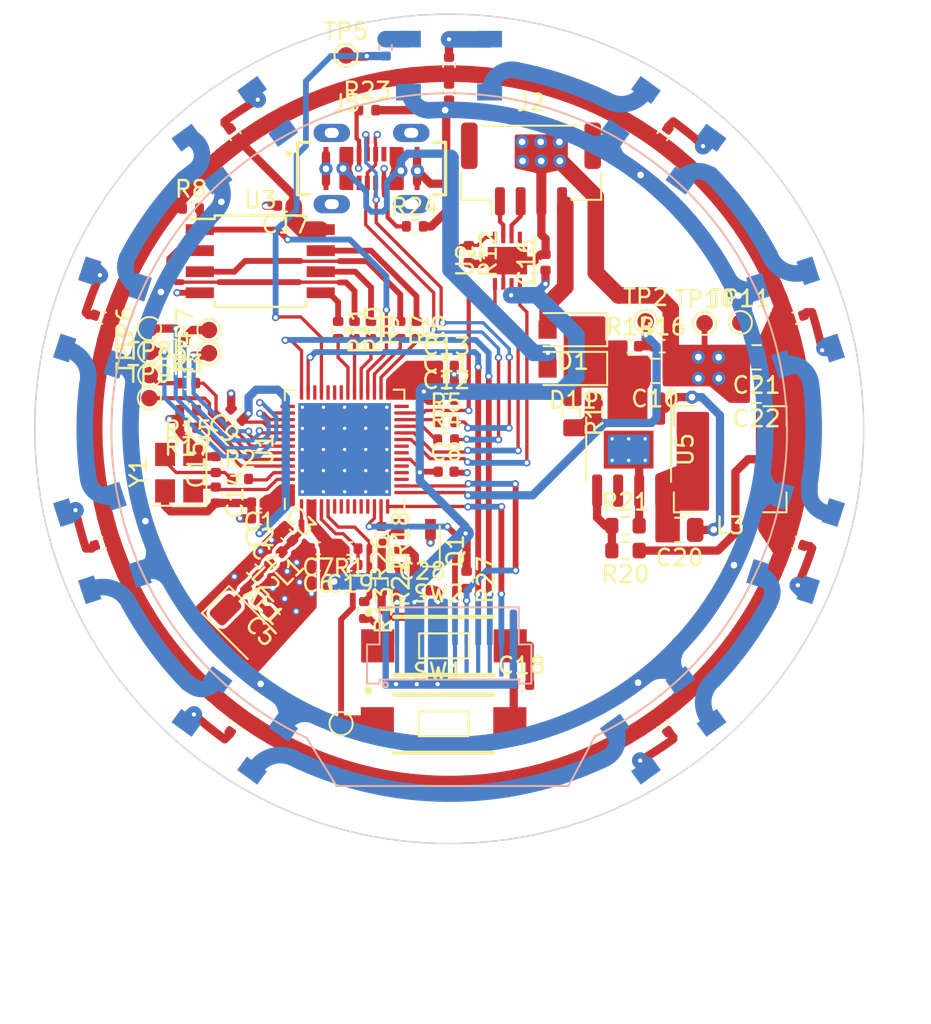
<source format=kicad_pcb>
(kicad_pcb (version 20211014) (generator pcbnew)
  (layers (0 "F.Cu" signal) (1 "In1.Cu" power) (2 "In2.Cu" mixed) (31 "B.Cu" signal) (34 "B.Paste" user) (35 "F.Paste" user) (36 "B.SilkS" user "B.Silkscreen") (37 "F.SilkS" user "F.Silkscreen") (38 "B.Mask" user) (39 "F.Mask" user) (44 "Edge.Cuts" user))
  (net 0 "")
  (net 1 "Net-(D2-Pad2)")
  (net 2 "Net-(D3-Pad2)")
  (net 3 "Net-(D4-Pad2)")
  (net 4 "Net-(D5-Pad2)")
  (net 5 "Net-(D8-Pad2)")
  (net 6 "GND")
  (net 7 "Net-(C33-Pad2)")
  (net 8 "Net-(C34-Pad2)")
  (net 9 "Net-(C35-Pad2)")
  (net 10 "Net-(C36-Pad2)")
  (net 11 "Net-(C37-Pad2)")
  (net 12 "/RF_ANT")
  (net 13 "+3V3")
  (net 14 "/XTAL_P")
  (net 15 "/LNA_IN")
  (net 16 "/XTAL_N")
  (net 17 "/VIN")
  (net 18 "/EXT_VIN")
  (net 19 "/BST")
  (net 20 "/MTMS")
  (net 21 "/MTCK")
  (net 22 "/MTDO")
  (net 23 "/MTDI")
  (net 24 "/FSPIQ")
  (net 25 "/FSPICLK")
  (net 26 "/FSPID")
  (net 27 "/CAN_DRV_N")
  (net 28 "/CAN_DRV_P")
  (net 29 "/USB_VBUS")
  (net 30 "/CC1")
  (net 31 "/USB_D_P")
  (net 32 "/USB_D_N")
  (net 33 "/CC2")
  (net 34 "/U0TXD")
  (net 35 "/U0RXD")
  (net 36 "/SPICS0")
  (net 37 "/CHIP_PU")
  (net 38 "/SPIHD")
  (net 39 "/SPIWP")
  (net 40 "/SPICLK")
  (net 41 "/SPIQ")
  (net 42 "/SPID")
  (net 43 "/GPIO_USB_D_N")
  (net 44 "/GPIO_USB_D_P")
  (net 45 "/GPIO0")
  (net 46 "/GPIO0_BOOTSTRAP")
  (net 47 "/GPIO45")
  (net 48 "/GPIO46")
  (net 49 "/GPIO2")
  (net 50 "/CAN_EN")
  (net 51 "/GPIO14")
  (net 52 "/DC")
  (net 53 "/GPIO6")
  (net 54 "/BL")
  (net 55 "/GPIO1")
  (net 56 "/GPIO3")
  (net 57 "/GPIO4")
  (net 58 "/GPIO5")
  (net 59 "/GPIO12")
  (net 60 "/GPIO13")
  (net 61 "/CAN_N")
  (net 62 "/CAN_P")
  (net 63 "/FSPIHD")
  (net 64 "/GPIO38")
  (net 65 "Net-(C31-Pad2)")
  (net 66 "Net-(C32-Pad2)")
  (net 67 "Net-(C5-Pad2)")
  (net 68 "Net-(C30-Pad2)")
  (net 69 "Net-(C38-Pad2)")
  (net 70 "Net-(D2-Pad4)")
  (net 71 "Net-(D6-Pad2)")
  (net 72 "/SW")
  (net 73 "Net-(D10-Pad4)")
  (net 74 "/PGOOD")
  (net 75 "/FB")
  (net 85 "Net-(D10-Pad2)")
  (net 86 "/MCU_SPIHD")
  (net 87 "/MCU_SPIWP")
  (net 88 "/MCU_SPICLK")
  (net 89 "/MCU_SPIQ")
  (net 90 "/MCU_SPID")
  (net 92 "/MCU_XTAL_N")
  (net 93 "/MCU_U0TXD")
  (net 94 "/CHIP_PU_BOOTSTRAP")
  (net 95 "/LCD_LEDK")
  (net 96 "/LCD_CS")
  (net 97 "/LCD_BL_DIV")
  (net 98 "/Q_LEDK")
  (net 99 "/LCD_RESET")
  (net 100 "/VBAT_SENSE")
  (net 101 "/GPIO34")
  (footprint "Resistor_SMD:R_0402_1005Metric" (layer "F.Cu") (at 41.025 34.595 -90)
    (fp_text reference "R10")
    (fp_text value "0")
  )
  (footprint "TestPoint:TestPoint_Pad_D1.0mm" (layer "F.Cu") (at 28.645 34.510001 90)
    (fp_text reference "TP6")
    (fp_text value "MTDO")
  )
  (footprint "Connector_JST:JST_GH_BM04B-GHS-TBT_1x04-1MP_P1.25mm_Vertical" (layer "F.Cu") (at 51.680001 24.881982)
    (fp_text reference "J2")
    (fp_text value "PWR_CAN")
  )
  (footprint "Capacitor_SMD:C_0402_1005Metric" (layer "F.Cu") (at 32.645 42.715 90)
    (fp_text reference "C15")
    (fp_text value "C_Small")
  )
  (footprint "Resistor_SMD:R_0402_1005Metric" (layer "F.Cu") (at 57.655 35.575)
    (fp_text reference "R14")
    (fp_text value "36k")
  )
  (footprint "Capacitor_SMD:C_0402_1005Metric" (layer "F.Cu") (at 33.8 58.45 -126)
    (fp_text reference "C35" hide)
    (fp_text value "1uF")
  )
  (footprint "Inductor_SMD:L_Bourns-SRN6028" (layer "F.Cu") (at 63.705 42.395)
    (fp_text reference "L3")
    (fp_text value "6.8uh")
  )
  (footprint "TestPoint:TestPoint_Pad_D1.0mm" (layer "F.Cu") (at 28.655 35.915001 90)
    (fp_text reference "TP3")
    (fp_text value "MTCK")
  )
  (footprint "Resistor_SMD:R_0402_1005Metric" (layer "F.Cu") (at 40.035 34.595 -90)
    (fp_text reference "R11")
    (fp_text value "0")
  )
  (footprint "Crystal:Crystal_SMD_3225-4Pin_3.2x2.5mm" (layer "F.Cu") (at 30.435 43.205 90)
    (fp_text reference "Y1")
    (fp_text value "40MHZ")
  )
  (footprint "Resistor_SMD:R_0603_1608Metric" (layer "F.Cu") (at 54.105001 39.575 -90)
    (fp_text reference "R19")
    (fp_text value "100k")
  )
  (footprint "Resistor_SMD:R_0402_1005Metric" (layer "F.Cu") (at 42.66 46.96 -90)
    (fp_text reference "R18")
    (fp_text value "10k")
  )
  (footprint "Capacitor_SMD:C_0402_1005Metric" (layer "F.Cu") (at 35.285 45.965 180)
    (fp_text reference "C2")
    (fp_text value "10uF")
  )
  (footprint "Capacitor_SMD:C_0805_2012Metric" (layer "F.Cu") (at 60.640087 46.658284 180)
    (fp_text reference "C20")
    (fp_text value "0.1uF")
  )
  (footprint "Capacitor_SMD:C_0402_1005Metric" (layer "F.Cu") (at 46.73 20.24 -90)
    (fp_text reference "C29" hide)
    (fp_text value "10uF")
  )
  (footprint "SW_RS-032G05A3-SMRT:SW_RS-032G05A3-SMRT" (layer "F.Cu") (at 46.4235 53.653499)
    (fp_text reference "SW2")
    (fp_text value "SW_Push")
  )
  (footprint "Capacitor_SMD:C_0402_1005Metric" (layer "F.Cu") (at 35.285 45.005 180)
    (fp_text reference "C1")
    (fp_text value "1uF")
  )
  (footprint "TestPoint:TestPoint_Pad_D1.0mm" (layer "F.Cu") (at 64.32 34.15)
    (fp_text reference "TP11")
    (fp_text value "3V3OUT")
  )
  (footprint "Resistor_SMD:R_0402_1005Metric" (layer "F.Cu") (at 30.925 37.805)
    (fp_text reference "R3")
    (fp_text value "499")
  )
  (footprint "Resistor_SMD:R_0402_1005Metric" (layer "F.Cu") (at 31.155 27.265)
    (fp_text reference "R8")
    (fp_text value "100k")
  )
  (footprint "Resistor_SMD:R_0402_1005Metric" (layer "F.Cu") (at 41.615 51.495 -90)
    (fp_text reference "R13")
    (fp_text value "10k")
  )
  (footprint "Capacitor_SMD:C_0402_1005Metric" (layer "F.Cu") (at 25.8 47.45 -162)
    (fp_text reference "C36" hide)
    (fp_text value "1uF")
  )
  (footprint "Resistor_SMD:R_0402_1005Metric" (layer "F.Cu") (at 30.975 39.435 180)
    (fp_text reference "R15")
    (fp_text value "10k")
  )
  (footprint "Capacitor_SMD:C_0402_1005Metric" (layer "F.Cu") (at 33.91799 39.695355 135)
    (fp_text reference "C9")
    (fp_text value "0.1uF")
  )
  (footprint "Resistor_SMD:R_0402_1005Metric" (layer "F.Cu") (at 47.790001 49.67 -90)
    (fp_text reference "R27")
    (fp_text value "100k")
  )
  (footprint "Capacitor_SMD:C_0402_1005Metric" (layer "F.Cu") (at 36.937071 46.967501 -45)
    (fp_text reference "C3")
    (fp_text value "C_Small")
  )
  (footprint "TestPoint:TestPoint_Pad_D1.0mm" (layer "F.Cu") (at 40.51 18.03)
    (fp_text reference "TP5")
    (fp_text value "NEO_OUT")
  )
  (footprint "Capacitor_SMD:C_0402_1005Metric" (layer "F.Cu") (at 36.185356 51.930538 135)
    (fp_text reference "C5")
    (fp_text value "C_Small")
  )
  (footprint "Inductor_SMD:L_0402_1005Metric" (layer "F.Cu") (at 34.822427 50.580208 -45)
    (fp_text reference "L2")
    (fp_text value "L_Small")
  )
  (footprint "Inductor_SMD:L_0402_1005Metric" (layer "F.Cu") (at 36.278701 48.34364 -135)
    (fp_text reference "L1")
    (fp_text value "L_Small")
  )
  (footprint "Capacitor_SMD:C_0402_1005Metric" (layer "F.Cu") (at 59.66 22.85 54)
    (fp_text reference "C31" hide)
    (fp_text value "1uF")
  )
  (footprint "Capacitor_SMD:C_0402_1005Metric" (layer "F.Cu") (at 67.666649 33.857292 18)
    (fp_text reference "C32" hide)
    (fp_text value "1uF")
  )
  (footprint "Capacitor_SMD:C_0805_2012Metric" (layer "F.Cu") (at 65.295 38.265 180)
    (fp_text reference "C22")
    (fp_text value "22uF")
  )
  (footprint "TestPoint:TestPoint_Pad_D1.0mm" (layer "F.Cu") (at 28.64 38.71)
    (fp_text reference "TP9")
    (fp_text value "RXD")
  )
  (footprint "Capacitor_SMD:C_0402_1005Metric" (layer "F.Cu") (at 46.565 38.805)
    (fp_text reference "C12")
    (fp_text value "1uF")
  )
  (footprint "Resistor_SMD:R_0603_1608Metric" (layer "F.Cu") (at 57.385 46.405001)
    (fp_text reference "R21")
    (fp_text value "10k2")
  )
  (footprint "Capacitor_SMD:C_0402_1005Metric" (layer "F.Cu") (at 38.835001 48.756837 180)
    (fp_text reference "C6")
    (fp_text value "0.1uF")
  )
  (footprint "Capacitor_SMD:C_0402_1005Metric" (layer "F.Cu") (at 36.855 27.095 180)
    (fp_text reference "C17")
    (fp_text value "0.1uF")
  )
  (footprint "Resistor_SMD:R_0402_1005Metric" (layer "F.Cu") (at 42.015 34.595 -90)
    (fp_text reference "R9")
    (fp_text value "0")
  )
  (footprint "Capacitor_SMD:C_0402_1005Metric" (layer "F.Cu") (at 46.555 43.145)
    (fp_text reference "C8")
    (fp_text value "0.1uF")
  )
  (footprint "Resistor_SMD:R_0402_1005Metric" (layer "F.Cu") (at 43.785 34.595 -90)
    (fp_text reference "R7")
    (fp_text value "0")
  )
  (footprint "TestPoint:TestPoint_Pad_D1.0mm" (layer "F.Cu") (at 40.215 58.345)
    (fp_text reference "TP1" hide)
    (fp_text value "CHIP_PU")
  )
  (footprint "Resistor_SMD:R_0402_1005Metric" (layer "F.Cu") (at 44.765 34.595 -90)
    (fp_text reference "R6")
    (fp_text value "0")
  )
  (footprint "Package_SO:SOIC-8-1EP_3.9x4.9mm_P1.27mm_EP2.29x3mm_ThermalVias" (layer "F.Cu") (at 57.575 41.815 -90)
    (fp_text reference "U5")
    (fp_text value "ADP2303ARDZ-3.3")
  )
  (footprint "TestPoint:TestPoint_Pad_D1.0mm" (layer "F.Cu") (at 28.66 37.32)
    (fp_text reference "TP8")
    (fp_text value "TXD")
  )
  (footprint "Capacitor_SMD:C_0402_1005Metric" (layer "F.Cu") (at 51.115 56.005)
    (fp_text reference "C18")
    (fp_text value "1uF")
  )
  (footprint "Capacitor_SMD:C_0402_1005Metric" (layer "F.Cu") (at 40.75 48.770001 180)
    (fp_text reference "C19")
    (fp_text value "0.1uF")
  )
  (footprint "Capacitor_SMD:C_0402_1005Metric" (layer "F.Cu") (at 67.66 47.444308 -18)
    (fp_text reference "C33" hide)
    (fp_text value "1uF")
  )
  (footprint "Resistor_SMD:R_0402_1005Metric" (layer "F.Cu") (at 42.66 49.879999 -90)
    (fp_text reference "R22")
    (fp_text value "10k")
  )
  (footprint "Resistor_SMD:R_0402_1005Metric" (layer "F.Cu") (at 47.925 30.005 -90)
    (fp_text reference "R12")
    (fp_text value "10k")
  )
  (footprint "TestPoint:TestPoint_Pad_D1.0mm" (layer "F.Cu") (at 32.235001 34.6 90)
    (fp_text reference "TP7")
    (fp_text value "MTDI")
  )
  (footprint "RF_Antenna:Johanson_2450AT18x100" (layer "F.Cu") (at 34.26407 52.496955 -45)
    (fp_text reference "AE1")
    (fp_text value "Antenna_Shield")
  )
  (footprint "Capacitor_SMD:C_0402_1005Metric" (layer "F.Cu") (at 52.554999 30.515 90)
    (fp_text reference "C16")
    (fp_text value "0.1uF")
  )
  (footprint "Resistor_SMD:R_0402_1005Metric" (layer "F.Cu") (at 30.985 40.495 180)
    (fp_text reference "R17")
    (fp_text value "10k")
  )
  (footprint "Resistor_SMD:R_0402_1005Metric" (layer "F.Cu") (at 44.665 28.345)
    (fp_text reference "R24")
    (fp_text value "51k")
  )
  (footprint "Connector_GCT_USB:GCT_USB4120-03-C_REVA" (layer "F.Cu") (at 42.05 24.855)
    (fp_text reference "J5")
    (fp_text value "USB4120-03-C_REVA")
    (fp_line (start 3.85 0.26) (end 3.65 0.26) (layer "Edge.Cuts") (width 0.01))
    (fp_line (start 3.65 -0.26) (end 3.85 -0.26) (layer "Edge.Cuts") (width 0.01))
    (fp_arc (start 3.65 0.26) (mid 3.466152 0.183848) (end 3.39 0) (layer "Edge.Cuts") (width 0.01))
    (fp_arc (start 3.39 0) (mid 3.466152 -0.183848) (end 3.65 -0.26) (layer "Edge.Cuts") (width 0.01))
    (fp_arc (start 3.85 -0.26) (mid 4.033848 -0.183848) (end 4.11 0) (layer "Edge.Cuts") (width 0.01))
    (fp_arc (start 4.11 0) (mid 4.033848 0.183848) (end 3.85 0.26) (layer "Edge.Cuts") (width 0.01))
  )
  (footprint "Capacitor_SMD:C_0402_1005Metric" (layer "F.Cu") (at 46.73 18.62 90)
    (fp_text reference "C30" hide)
    (fp_text value "1uF")
  )
  (footprint "SW_RS-032G05A3-SMRT:SW_RS-032G05A3-SMRT" (layer "F.Cu") (at 46.4035 58.3535)
    (fp_text reference "SW1")
    (fp_text value "SW_Push")
  )
  (footprint "TestPoint:TestPoint_Pad_D1.0mm" (layer "F.Cu") (at 62.16 34.19)
    (fp_text reference "TP10")
    (fp_text value "3V3OUT")
  )
  (footprint "Resistor_SMD:R_0603_1608Metric" (layer "F.Cu") (at 57.385 47.905 180)
    (fp_text reference "R20")
    (fp_text value "31k6")
  )
  (footprint "Capacitor_SMD:C_0402_1005Metric" (layer "F.Cu") (at 25.8 33.85 162)
    (fp_text reference "C37" hide)
    (fp_text value "1uF")
  )
  (footprint "Resistor_SMD:R_0402_1005Metric" (layer "F.Cu") (at 40.725 47.785 180)
    (fp_text reference "R1")
    (fp_text value "10k")
  )
  (footprint "Capacitor_SMD:C_0402_1005Metric" (layer "F.Cu") (at 32.645001 44.555 -90)
    (fp_text reference "C14")
    (fp_text value "C_Small")
  )
  (footprint "Capacitor_SMD:C_0402_1005Metric" (layer "F.Cu") (at 45.115 50.305)
    (fp_text reference "C28")
    (fp_text value "1uF")
  )
  (footprint "Package_TO_SOT_SMD:TSOT-23" (layer "F.Cu") (at 44.66 47.92 -90)
    (fp_text reference "Q1")
    (fp_text value "Q_NPN_EBC")
  )
  (footprint "Diode_SMD:D_SOD-123F" (layer "F.Cu") (at 54.08 34.575 180)
    (fp_text reference "D1")
    (fp_text value "D_Small")
  )
  (footprint "Capacitor_SMD:C_0402_1005Metric" (layer "F.Cu") (at 38.834999 47.766838 180)
    (fp_text reference "C7")
    (fp_text value "1uF")
  )
  (footprint "Capacitor_SMD:C_0805_2012Metric" (layer "F.Cu") (at 65.294999 36.245 180)
    (fp_text reference "C21")
    (fp_text value "22uF")
  )
  (footprint "Resistor_SMD:R_0402_1005Metric" (layer "F.Cu") (at 46.565 40.145)
    (fp_text reference "R5")
    (fp_text value "0")
  )
  (footprint "Resistor_SMD:R_0402_1005Metric" (layer "F.Cu") (at 41.795 21.335)
    (fp_text reference "R23")
    (fp_text value "51k")
  )
  (footprint "Resistor_SMD:R_0402_1005Metric" (layer "F.Cu") (at 59.605 35.575)
    (fp_text reference "R16")
    (fp_text value "10k")
  )
  (footprint "Package_DFN_QFN:DFN-8-1EP_3x3mm_P0.5mm_EP1.66x2.38mm" (layer "F.Cu") (at 50.255 30.415 90)
    (fp_text reference "U2")
    (fp_text value "LTC2875-DD")
  )
  (footprint "Capacitor_SMD:C_0402_1005Metric" (layer "F.Cu") (at 46.565 36.755)
    (fp_text reference "C13")
    (fp_text value "10uF")
  )
  (footprint "Package_DFN_QFN:QFN-56-1EP_7x7mm_P0.4mm_EP5.6x5.6mm_ThermalVias" (layer "F.Cu") (at 40.425341 41.805858 90)
    (fp_text reference "U1")
    (fp_text value "ESP32-S3R2")
  )
  (footprint "Resistor_SMD:R_0402_1005Metric" (layer "F.Cu") (at 46.555 41.205)
    (fp_text reference "R4")
    (fp_text value "0")
  )
  (footprint "Capacitor_SMD:C_0402_1005Metric" (layer "F.Cu") (at 34.849498 49.062131 -45)
    (fp_text reference "C4")
    (fp_text value "C_Small")
  )
  (footprint "Capacitor_SMD:C_0805_2012Metric" (layer "F.Cu") (at 59.175001 37.065 180)
    (fp_text reference "C10")
    (fp_text value "10uF")
  )
  (footprint "Resistor_SMD:R_0402_1005Metric" (layer "F.Cu") (at 43.74 48.37 90)
    (fp_text reference "R26")
    (fp_text value "10R")
  )
  (footprint "TestPoint:TestPoint_Pad_D1.0mm" (layer "F.Cu") (at 32.235001 35.995 90)
    (fp_text reference "TP4")
    (fp_text value "MTMS")
  )
  (footprint "Diode_SMD:D_SOD-123F" (layer "F.Cu") (at 54.08 36.92 180)
    (fp_text reference "D11")
    (fp_text value "D_Small")
  )
  (footprint "Capacitor_SMD:C_0402_1005Metric" (layer "F.Cu") (at 46.565 37.775)
    (fp_text reference "C11")
    (fp_text value "0.1uF")
  )
  (footprint "Capacitor_SMD:C_0402_1005Metric" (layer "F.Cu") (at 59.66 58.44 -54)
    (fp_text reference "C34" hide)
    (fp_text value "1uF")
  )
  (footprint "Capacitor_SMD:C_0402_1005Metric" (layer "F.Cu") (at 33.8 22.85 126)
    (fp_text reference "C38" hide)
    (fp_text value "1uF")
  )
  (footprint "TestPoint:TestPoint_Pad_D1.0mm" (layer "F.Cu") (at 58.605 34.075)
    (fp_text reference "TP2")
    (fp_text value "VBAT_SENSE")
  )
  (footprint "Resistor_SMD:R_0402_1005Metric" (layer "F.Cu") (at 34.115 43.584999)
    (fp_text reference "R2")
    (fp_text value "0")
  )
  (footprint "Package_SO:SOIC-8W_5.3x5.3mm_P1.27mm" (layer "F.Cu") (at 35.335 30.445)
    (fp_text reference "U3")
    (fp_text value "W25Q128JVS")
  )
  (footprint "WS2815B:LED_WS2812B_PLCC4_5.0x5.0mm_P3.2mm" (layer "B.Cu") (at 33.797264 58.446747 -36)
    (fp_text reference "D8" hide)
    (fp_text value "WS2812B")
  )
  (footprint "WS2815B:LED_WS2812B_PLCC4_5.0x5.0mm_P3.2mm" (layer "B.Cu") (at 67.651783 33.85 108)
    (fp_text reference "D4" hide)
    (fp_text value "WS2812B")
  )
  (footprint "WS2815B:LED_WS2812B_PLCC4_5.0x5.0mm_P3.2mm" (layer "B.Cu") (at 25.805296 47.446747 -72)
    (fp_text reference "D9" hide)
    (fp_text value "WS2812B")
  )
  (footprint "WS2815B:LED_WS2812B_PLCC4_5.0x5.0mm_P3.2mm" (layer "B.Cu") (at 67.651783 47.446747 72)
    (fp_text reference "D5" hide)
    (fp_text value "WS2812B")
  )
  (footprint "WS2815B:LED_WS2812B_PLCC4_5.0x5.0mm_P3.2mm" (layer "B.Cu") (at 59.659815 22.85 144)
    (fp_text reference "D3" hide)
    (fp_text value "WS2812B")
  )
  (footprint "Resistor_SMD:R_0402_1005Metric" (layer "B.Cu") (at 42.9 17.56 90)
    (fp_text reference "R25" hide)
    (fp_text value "0")
  )
  (footprint "Connector_GC9A01:GC9A01_disp" (layer "B.Cu") (at 46.74 40.56 180)
    (fp_text reference "J4" hide)
    (fp_text value "Conn_01x12")
  )
  (footprint "WS2815B:LED_WS2812B_PLCC4_5.0x5.0mm_P3.2mm" (layer "B.Cu") (at 59.659815 58.446747 36)
    (fp_text reference "D6" hide)
    (fp_text value "WS2812B")
  )
  (footprint "WS2815B:LED_WS2812B_PLCC4_5.0x5.0mm_P3.2mm" (layer "B.Cu") (at 33.797264 22.85 -144)
    (fp_text reference "D7" hide)
    (fp_text value "WS2812B")
  )
  (footprint "WS2815B:LED_WS2812B_PLCC4_5.0x5.0mm_P3.2mm" (layer "B.Cu") (at 46.72854 18.648374 180)
    (fp_text reference "D2" hide)
    (fp_text value "WS2812B")
  )
  (footprint "WS2815B:LED_WS2812B_PLCC4_5.0x5.0mm_P3.2mm" (layer "B.Cu") (at 25.805296 33.85 -108)
    (fp_text reference "D10" hide)
    (fp_text value "WS2812B")
  )
  (gr_circle (center 42.89 56) (end 42.84 56.05) (layer "B.SilkS") (width 0.15) (fill none))
  (gr_circle (center 46.74 40.56) (end 21.72 40.57) (layer "Edge.Cuts") (width 0.1) (fill none))
  (arc locked (start 58.61 20.13) (mid 57.70632 20.877732) (end 56.530436 20.864883) (width 1) (layer "B.Cu") (net 1))
  (arc locked (start 49.190127 20.24987) (mid 49.689493 19.201885) (end 50.82 18.92) (width 1) (layer "B.Cu") (net 1))
  (arc locked (start 50.82 18.93) (mid 53.733657 19.700677) (end 56.517438 20.855622) (width 1) (layer "B.Cu") (net 1))
  (segment locked (start 60.7 25.51) (end 60.844355 25.376745) (width 0.5) (layer "B.Cu") (net 2))
  (segment locked (start 62.512039 25.227503) (end 62.333971 25.144513) (width 0.5) (layer "B.Cu") (net 2))
  (arc locked (start 60.844355 25.376745) (mid 61.55383 25.033989) (end 62.333971 25.144513) (width 1) (layer "B.Cu") (net 2))
  (arc locked (start 62.52 25.22) (mid 64.482033 27.529471) (end 66.098731 30.092578) (width 1) (layer "B.Cu") (net 2))
  (arc locked (start 68.38063 31.047469) (mid 67.036789 31.054871) (end 66.098731 30.092578) (width 1) (layer "B.Cu") (net 2))
  (segment locked (start 68.58 37.83) (end 68.544646 37.677145) (width 1) (layer "B.Cu") (net 3))
  (segment locked (start 68.490957 44.02065) (end 68.490957 44.400611) (width 1) (layer "B.Cu") (net 3))
  (segment locked (start 68.490957 43.900471) (end 68.490957 44.02065) (width 1) (layer "B.Cu") (net 3))
  (arc locked (start 68.58 37.83) (mid 68.744059 40.863105) (end 68.49 43.89) (width 1) (layer "B.Cu") (net 3))
  (arc locked (start 69.733175 45.657951) (mid 68.853887 45.284354) (end 68.490957 44.400611) (width 1) (layer "B.Cu") (net 3))
  (arc locked (start 66.972011 36.666712) (mid 67.963763 36.852191) (end 68.544646 37.677145) (width 1) (layer "B.Cu") (net 3))
  (segment (start 66.021379 51.161331) (end 66.147314 50.884275) (width 1) (layer "B.Cu") (net 4))
  (arc locked (start 62.536339 58.25804) (mid 62.08 56.94) (end 62.716317 55.698801) (width 1) (layer "B.Cu") (net 4))
  (arc locked (start 66.021379 51.161331) (mid 64.514085 53.535856) (end 62.716317 55.698801) (width 1) (layer "B.Cu") (net 4))
  (arc locked (start 65.594255 49.396388) (mid 66.177677 50.026257) (end 66.147314 50.884275) (width 1) (layer "B.Cu") (net 4))
  (segment (start 30.96 55.9) (end 31.296655 56.112884) (width 1) (layer "B.Cu") (net 5))
  (arc locked (start 32.466773 55.955629) (mid 31.910302 56.246978) (end 31.296655 56.112884) (width 1) (layer "B.Cu") (net 5))
  (arc locked (start 30.96 55.9) (mid 29.03207 53.625067) (end 27.429144 51.110536) (width 1) (layer "B.Cu") (net 5))
  (arc locked (start 25.086127 50.267097) (mid 26.43 50.21) (end 27.429144 51.110536) (width 1) (layer "B.Cu") (net 5))
  (segment (start 59.3 32.51) (end 60.115 33.325) (width 1) (layer "F.Cu") (net 6))
  (segment (start 52.554999 30.035) (end 52.275 30.035) (width 0.5) (layer "F.Cu") (net 6))
  (segment (start 45.625 21.335) (end 46.495 21.335) (width 0.5) (layer "F.Cu") (net 6))
  (segment (start 46.57 27.44) (end 45.665 28.345) (width 0.5) (layer "F.Cu") (net 6))
  (segment (start 50.005 30.665) (end 50.255 30.415) (width 0.2) (layer "F.Cu") (net 6))
  (segment (start 50.005 31.815) (end 50.005 30.665) (width 0.2) (layer "F.Cu") (net 6))
  (segment (start 36.375 27.095) (end 35.675 27.095) (width 0.5) (layer "F.Cu") (net 6))
  (segment (start 50.255 30.415) (end 48.875 30.415) (width 0.5) (layer "F.Cu") (net 6))
  (segment (start 51.895 30.415) (end 50.255 30.415) (width 0.5) (layer "F.Cu") (net 6))
  (segment (start 44.8 25.013389) (end 44.8 25.72) (width 0.5) (layer "F.Cu") (net 6))
  (segment (start 60.115 33.325) (end 60.115 35.575) (width 1) (layer "F.Cu") (net 6))
  (segment (start 44.8 24.966713) (end 44.8 23.99) (width 0.5) (layer "F.Cu") (net 6))
  (segment (start 45.595 50.305) (end 45.925 50.305) (width 0.5) (layer "F.Cu") (net 6))
  (segment (start 52.56 29.1) (end 52.56 30.029999) (width 0.5) (layer "F.Cu") (net 6))
  (segment (start 32.645001 45.035) (end 34.775 45.035) (width 0.5) (layer "F.Cu") (net 6))
  (segment (start 53.43 24.39) (end 55.59 26.55) (width 1) (layer "F.Cu") (net 6))
  (segment (start 45.925 50.305) (end 46.07 50.45) (width 0.5) (layer "F.Cu") (net 6))
  (segment (start 45.665 28.345) (end 45.175 28.345) (width 0.5) (layer "F.Cu") (net 6))
  (segment (start 52.275 30.035) (end 51.895 30.415) (width 0.5) (layer "F.Cu") (net 6))
  (segment (start 47.099004 43.209004) (end 47.035 43.145) (width 0.3528) (layer "F.Cu") (net 6))
  (segment (start 46.73 21.1) (end 46.495 21.335) (width 0.5) (layer "F.Cu") (net 6))
  (segment (start 29.84 39.97) (end 30.41 39.97) (width 0.5) (layer "F.Cu") (net 6))
  (segment (start 58.21 46.405001) (end 58.21 44.29) (width 0.5) (layer "F.Cu") (net 6))
  (segment (start 52.305001 28.845001) (end 52.56 29.1) (width 0.5) (layer "F.Cu") (net 6))
  (segment (start 31.415 42.235) (end 31.285 42.105) (width 0.5) (layer "F.Cu") (net 6))
  (segment (start 30.475 40.495) (end 30.475 40.775) (width 0.5) (layer "F.Cu") (net 6))
  (segment (start 30.475 40.775) (end 31.285 41.585) (width 0.5) (layer "F.Cu") (net 6))
  (segment (start 45.625 21.335) (end 42.305 21.335) (width 0.5) (layer "F.Cu") (net 6))
  (segment (start 33.578579 38.438579) (end 33.578579 39.355944) (width 0.5) (layer "F.Cu") (net 6))
  (segment (start 32.140001 45.54) (end 32.645001 45.035) (width 0.5) (layer "F.Cu") (net 6))
  (segment (start 29.91 45.54) (end 32.140001 45.54) (width 0.5) (layer "F.Cu") (net 6))
  (segment (start 39.3 25.72) (end 39.3 24.87) (width 0.5) (layer "F.Cu") (net 6))
  (segment (start 56.96 32.51) (end 59.3 32.51) (width 1) (layer "F.Cu") (net 6))
  (segment (start 30.465 40.485) (end 30.475 40.495) (width 0.5) (layer "F.Cu") (net 6))
  (segment (start 48.68 30.61) (end 48.02 30.61) (width 0.5) (layer "F.Cu") (net 6))
  (segment (start 44.823338 24.990051) (end 44.8 25.013389) (width 0.5) (layer "F.Cu") (net 6))
  (segment (start 34.805 45.965) (end 34.805 45.005) (width 0.5) (layer "F.Cu") (net 6))
  (segment (start 46.559521 25.770479) (end 46.559521 21.469521) (width 0.5) (layer "F.Cu") (net 6))
  (segment (start 46.425 21.335) (end 45.625 21.335) (width 0.5) (layer "F.Cu") (net 6))
  (segment (start 34.115 45.965) (end 34.11 45.96) (width 0.5) (layer "F.Cu") (net 6))
  (segment (start 51.595 56.005) (end 51.595 53.655) (width 0.5) (layer "F.Cu") (net 6))
  (segment (start 51.6 53.65) (end 50.426999 53.65) (width 0.5) (layer "F.Cu") (net 6))
  (segment (start 58.21 42.45) (end 57.575 41.815) (width 0.5) (layer "F.Cu") (net 6))
  (segment (start 51.595 53.655) (end 51.6 53.65) (width 0.5) (layer "F.Cu") (net 6))
  (segment (start 29.585 45.215) (end 29.91 45.54) (width 0.5) (layer "F.Cu") (net 6))
  (segment (start 58.21 44.29) (end 58.21 42.45) (width 0.5) (layer "F.Cu") (net 6))
  (segment (start 35.675 27.095) (end 35.67 27.1) (width 0.5) (layer "F.Cu") (net 6))
  (segment (start 47.04 37.27) (end 47.045 37.275) (width 0.5) (layer "F.Cu") (net 6))
  (segment (start 46.73 20.72) (end 46.73 21.1) (width 0.5) (layer "F.Cu") (net 6))
  (segment (start 31.285 41.585) (end 31.285 42.105) (width 0.5) (layer "F.Cu") (net 6))
  (segment (start 46.07 51.01) (end 46.06 51.02) (width 0.5) (layer "F.Cu") (net 6))
  (segment (start 31.685 32.35) (end 30.31 32.35) (width 0.3528) (layer "F.Cu") (net 6))
  (segment (start 47.045 36.755) (end 47.045 38.805) (width 0.5) (layer "F.Cu") (net 6))
  (segment (start 55.59 31.14) (end 56.96 32.51) (width 1) (layer "F.Cu") (net 6))
  (segment (start 47.824549 43.209004) (end 47.099004 43.209004) (width 0.3528) (layer "F.Cu") (net 6))
  (segment (start 34.775 45.035) (end 34.805 45.005) (width 0.5) (layer "F.Cu") (net 6))
  (segment (start 32.645 42.235) (end 31.415 42.235) (width 0.5) (layer "F.Cu") (net 6))
  (segment (start 62.16 34.19) (end 62.16 35.89) (width 0.3528) (layer "F.Cu") (net 6))
  (segment (start 53.43 24.39) (end 55.12 26.08) (width 0.5) (layer "F.Cu") (net 6))
  (segment (start 34.805 45.965) (end 34.115 45.965) (width 0.5) (layer "F.Cu") (net 6))
  (segment (start 45.603766 25.770479) (end 46.559521 25.770479) (width 0.5) (layer "F.Cu") (net 6))
  (segment (start 46.57 25.77) (end 46.57 27.44) (width 0.5) (layer "F.Cu") (net 6))
  (segment (start 48.02 30.61) (end 47.925 30.515) (width 0.5) (layer "F.Cu") (net 6))
  (segment (start 39.3 24.87) (end 39.3 23.99) (width 0.5) (layer "F.Cu") (net 6))
  (segment (start 29.585 44.305) (end 29.585 45.215) (width 0.5) (layer "F.Cu") (net 6))
  (segment (start 44.823338 24.990051) (end 44.8 24.966713) (width 0.5) (layer "F.Cu") (net 6))
  (segment (start 53.43 24.38) (end 53.43 24.39) (width 0.5) (layer "F.Cu") (net 6))
  (segment (start 55.59 26.55) (end 55.59 31.14) (width 1) (layer "F.Cu") (net 6))
  (segment (start 52.305001 26.831982) (end 52.305001 28.845001) (width 0.5) (layer "F.Cu") (net 6))
  (segment (start 30.465 39.435) (end 30.465 40.485) (width 0.5) (layer "F.Cu") (net 6))
  (segment (start 45.61 46.61) (end 45.61 47.43) (width 0.5) (layer "F.Cu") (net 6))
  (segment (start 46.07 50.45) (end 46.07 51.01) (width 0.5) (layer "F.Cu") (net 6))
  (segment (start 44.823338 24.990051) (end 45.603766 25.770479) (width 0.5) (layer "F.Cu") (net 6))
  (segment (start 48.875 30.415) (end 48.68 30.61) (width 0.5) (layer "F.Cu") (net 6))
  (segment (start 46.559521 21.469521) (end 46.425 21.335) (width 0.5) (layer "F.Cu") (net 6))
  (segment (start 30.41 39.97) (end 30.465 39.915) (width 0.5) (layer "F.Cu") (net 6))
  (segment (start 50.426999 53.65) (end 50.4235 53.653499) (width 0.5) (layer "F.Cu") (net 6))
  (segment (start 47.045 37.275) (end 47.045 38.805) (width 0.5) (layer "F.Cu") (net 6))
  (segment (start 52.56 30.029999) (end 52.554999 30.035) (width 0.5) (layer "F.Cu") (net 6))
  (segment (start 30.465 39.915) (end 30.465 39.435) (width 0.5) (layer "F.Cu") (net 6))
  (segment (start 33.57 38.43) (end 33.578579 38.438579) (width 0.5) (layer "F.Cu") (net 6))
  (via (at 36.08 50.18) (size 0.45) (drill 0.254) (layers "F.Cu" "B.Cu") (net 6))
  (via (at 43.53 55.97) (size 0.45) (drill 0.254) (layers "F.Cu" "B.Cu") (net 6))
  (via (at 51.14 23.25) (size 0.8) (drill 0.4) (layers "F.Cu" "B.Cu") (net 6))
  (via (at 58.145 55.875) (size 0.8) (drill 0.4) (layers "F.Cu" "B.Cu") (net 6))
  (via (at 36.81 50.81) (size 0.45) (drill 0.254) (layers "F.Cu" "B.Cu") (net 6))
  (via (at 64.205 32.525) (size 0.8) (drill 0.4) (layers "F.Cu" "B.Cu") (net 6))
  (via (at 33.77 49.47) (size 0.45) (drill 0.254) (layers "F.Cu" "B.Cu") (net 6))
  (via (at 33.57 38.43) (size 0.45) (drill 0.254) (layers "F.Cu" "B.Cu") (net 6))
  (via (at 45.61 47.43) (size 0.45) (drill 0.254) (layers "F.Cu" "B.Cu") (net 6))
  (via (at 34.11 45.96) (size 0.45) (drill 0.254) (layers "F.Cu" "B.Cu") (net 6))
  (via (at 63.01 36.24) (size 0.8) (drill 0.4) (layers "F.Cu" "B.Cu") (net 6))
  (via (at 30.31 32.35) (size 0.45) (drill 0.254) (layers "F.Cu" "B.Cu") (net 6))
  (via (at 53.42 24.4) (size 0.8) (drill 0.4) (layers "F.Cu" "B.Cu") (net 6))
  (via (at 52.295 24.4) (size 0.8) (drill 0.4) (layers "F.Cu" "B.Cu") (net 6))
  (via (at 35.35 47.94) (size 0.45) (drill 0.254) (layers "F.Cu" "B.Cu") (net 6))
  (via (at 32.985 26.865) (size 0.8) (drill 0.4) (layers "F.Cu" "B.Cu") (net 6))
  (via (at 52.265 23.25) (size 0.8) (drill 0.4) (layers "F.Cu" "B.Cu") (net 6))
  (via (at 28.395 46.125) (size 0.8) (drill 0.4) (layers "F.Cu" "B.Cu") (net 6))
  (via (at 35.355 55.945) (size 0.8) (drill 0.4) (layers "F.Cu" "B.Cu") (net 6))
  (via (at 46.06 51.02) (size 0.45) (drill 0.254) (layers "F.Cu" "B.Cu") (net 6))
  (via (at 46.495 21.335) (size 0.8) (drill 0.4) (layers "F.Cu" "B.Cu") (net 6))
  (via (at 53.39 23.25) (size 0.8) (drill 0.4) (layers "F.Cu" "B.Cu") (net 6))
  (via (at 35.67 27.1) (size 0.45) (drill 0.254) (layers "F.Cu" "B.Cu") (net 6))
  (via (at 63.02 37.51) (size 0.8) (drill 0.4) (layers "F.Cu" "B.Cu") (net 6))
  (via (at 46.04 55.97) (size 0.45) (drill 0.254) (layers "F.Cu" "B.Cu") (net 6))
  (via (at 37.5 51.57) (size 0.45) (drill 0.254) (layers "F.Cu" "B.Cu") (net 6))
  (via (at 39.3 24.87) (size 0.8) (drill 0.4) (layers "F.Cu" "B.Cu") (net 6))
  (via (at 29.84 39.97) (size 0.45) (drill 0.254) (layers "F.Cu" "B.Cu") (net 6))
  (via (at 38.43 50.5) (size 0.45) (drill 0.254) (layers "F.Cu" "B.Cu") (net 6))
  (via (at 63.935 48.785) (size 0.8) (drill 0.4) (layers "F.Cu" "B.Cu") (net 6))
  (via (at 37.53 48.62) (size 0.45) (drill 0.254) (layers "F.Cu" "B.Cu") (net 6))
  (via (at 47.824549 43.209004) (size 0.45) (drill 0.254) (layers "F.Cu" "B.Cu") (net 6))
  (via (at 44.785 55.97) (size 0.45) (drill 0.254) (layers "F.Cu" "B.Cu") (net 6))
  (via (at 37.71 49.81) (size 0.45) (drill 0.254) (layers "F.Cu" "B.Cu") (net 6))
  (via (at 36.01 47.27) (size 0.45) (drill 0.254) (layers "F.Cu" "B.Cu") (net 6))
  (via (at 47.04 37.27) (size 0.45) (drill 0.254) (layers "F.Cu" "B.Cu") (net 6))
  (via (at 29.335 32.305) (size 0.8) (drill 0.4) (layers "F.Cu" "B.Cu") (net 6))
  (via (at 51.17 24.4) (size 0.8) (drill 0.4) (layers "F.Cu" "B.Cu") (net 6))
  (via (at 61.78 36.23) (size 0.8) (drill 0.4) (layers "F.Cu" "B.Cu") (net 6))
  (via (at 61.78 37.51) (size 0.8) (drill 0.4) (layers "F.Cu" "B.Cu") (net 6))
  (via (at 58.295 25.245) (size 0.8) (drill 0.4) (layers "F.Cu" "B.Cu") (net 6))
  (via (at 36.96 49.16) (size 0.45) (drill 0.254) (layers "F.Cu" "B.Cu") (net 6))
  (via (at 44.823338 24.990051) (size 0.8) (drill 0.4) (layers "F.Cu" "B.Cu") (net 6))
  (segment (start 28.086257 35.862515) (end 28.13 35.61) (width 1) (layer "B.Cu") (net 6))
  (segment (start 26.61177 36.716391) (end 26.729884 36.716391) (width 1) (layer "B.Cu") (net 6))
  (segment (start 26.569895 36.674516) (end 26.61177 36.716391) (width 1) (layer "B.Cu") (net 6))
  (segment (start 27.63 38.27) (end 27.675266 37.953792) (width 1) (layer "B.Cu") (net 6))
  (arc locked (start 66.8 44.54) (mid 65.911686 43.925186) (end 65.68 42.87) (width 1) (layer "B.Cu") (net 6))
  (arc locked (start 36.8 58.43) (mid 37.652694 57.801658) (end 38.706396 57.909421) (width 1) (layer "B.Cu") (net 6))
  (arc (start 26.729884 36.716391) (mid 27.598145 36.590309) (end 28.086257 35.862515) (width 1) (layer "B.Cu") (net 6))
  (arc locked (start 64.620002 33.8) (mid 64.625001 32.767724) (end 65.349707 32.03259) (width 1) (layer "B.Cu") (net 6))
  (arc locked (start 28.172603 49.245766) (mid 29.183448 49.180345) (end 29.945766 49.847397) (width 1) (layer "B.Cu") (net 6))
  (arc locked (start 36.25 56.56) (mid 36.878342 57.412694) (end 36.770579 58.466396) (width 1) (layer "B.Cu") (net 6))
  (arc (start 60.570001 55.519999) (mid 60.255559 54.45714) (end 60.751407 53.465839) (width 1) (layer "B.Cu") (net 6))
  (arc locked (start 45.479999 21.350002) (mid 44.708554 21.002562) (end 44.342539 20.239754) (width 1) (layer "B.Cu") (net 6))
  (arc locked (start 65.11 45.65) (mid 65.777025 44.727938) (end 66.901659 44.553813) (width 1) (layer "B.Cu") (net 6))
  (arc locked (start 56.67 22.869999) (mid 55.88745 23.360397) (end 54.976172 23.210578) (width 1) (layer "B.Cu") (net 6))
  (arc locked (start 65.28 32.069998) (mid 64.247724 32.064999) (end 63.51259 31.340294) (width 1) (layer "B.Cu") (net 6))
  (arc locked (start 45.479999 21.350002) (mid 54.883484 57.790235) (end 32.59 27.47) (width 1) (layer "B.Cu") (net 6))
  (arc locked (start 57.080001 24.39) (mid 56.589603 23.60745) (end 56.739422 22.696172) (width 1) (layer "B.Cu") (net 6))
  (arc locked (start 32.79565 25.57499) (mid 33.050518 26.561312) (end 32.59 27.47) (width 1) (layer "B.Cu") (net 6))
  (arc locked (start 28.88 47.61) (mid 28.825966 48.557475) (end 28.172603 49.245766) (width 1) (layer "B.Cu") (net 6))
  (arc (start 58.620001 55.460001) (mid 59.68286 55.145559) (end 60.674161 55.641407) (width 1) (layer "B.Cu") (net 6))
  (arc (start 26.725 36.653018) (mid 27.464864 37.110008) (end 27.675266 37.953792) (width 1) (layer "B.Cu") (net 6))
  (segment (start 68.65 47.77) (end 68.51 47.63) (width 0.5) (layer "F.Cu") (net 7))
  (segment (start 68.153871 47.63) (end 68.116507 47.592636) (width 0.5) (layer "F.Cu") (net 7))
  (segment (start 68.51 47.63) (end 68.153871 47.63) (width 0.5) (layer "F.Cu") (net 7))
  (via (at 67.787279 49.996326) (size 0.45) (drill 0.254) (layers "F.Cu" "B.Cu") (net 7))
  (arc (start 67.787279 49.996326) (mid 68.247466 48.894333) (end 68.65 47.77) (width 0.5) (layer "F.Cu") (net 7))
  (segment (start 68.416382 50.271263) (end 68.062216 50.271263) (width 1) (layer "B.Cu") (net 7))
  (segment (start 68.062216 50.271263) (end 67.787279 49.996326) (width 1) (layer "B.Cu") (net 7))
  (segment (start 60.27 59.156191) (end 59.942137 58.828328) (width 0.5) (layer "F.Cu") (net 8))
  (segment (start 60.27 59.279999) (end 60.27 59.156191) (width 0.5) (layer "F.Cu") (net 8))
  (via (at 58.270625 60.573594) (size 0.45) (drill 0.254) (layers "F.Cu" "B.Cu") (net 8))
  (arc (start 60.27 59.279999) (mid 59.286995 59.952581) (end 58.270625 60.573594) (width 0.5) (layer "F.Cu") (net 8))
  (segment (start 58.61818 61.181248) (end 58.61818 60.921149) (width 1) (layer "B.Cu") (net 8))
  (segment (start 58.61818 60.921149) (end 58.270625 60.573594) (width 1) (layer "B.Cu") (net 8))
  (segment (start 33.517863 58.962137) (end 33.19 59.29) (width 0.5) (layer "F.Cu") (net 9))
  (segment (start 33.517863 58.838328) (end 33.517863 58.962137) (width 0.5) (layer "F.Cu") (net 9))
  (via (at 31.326839 57.789331) (size 0.45) (drill 0.254) (layers "F.Cu" "B.Cu") (net 9))
  (arc (start 33.19 59.29) (mid 32.238994 58.563783) (end 31.326839 57.789331) (width 0.5) (layer "F.Cu") (net 9))
  (segment (start 30.874716 58.241454) (end 31.326839 57.789331) (width 1) (layer "B.Cu") (net 9))
  (segment (start 30.874716 58.3011) (end 30.874716 58.241454) (width 1) (layer "B.Cu") (net 9))
  (segment (start 25.161821 47.78) (end 25.343493 47.598328) (width 0.5) (layer "F.Cu") (net 10))
  (segment (start 24.81 47.78) (end 25.161821 47.78) (width 0.5) (layer "F.Cu") (net 10))
  (via (at 24.179882 45.4686) (size 0.45) (drill 0.254) (layers "F.Cu" "B.Cu") (net 10))
  (arc (start 24.81 47.78) (mid 24.46494 46.632479) (end 24.179882 45.4686) (width 0.5) (layer "F.Cu") (net 10))
  (segment (start 23.526514 45.611086) (end 24.037396 45.611086) (width 1) (layer "B.Cu") (net 10))
  (segment (start 24.037396 45.611086) (end 24.179882 45.4686) (width 1) (layer "B.Cu") (net 10))
  (segment (start 24.961672 33.701672) (end 24.8 33.54) (width 0.5) (layer "F.Cu") (net 11))
  (segment (start 25.343493 33.701672) (end 24.961672 33.701672) (width 0.5) (layer "F.Cu") (net 11))
  (via (at 25.652203 31.289143) (size 0.45) (drill 0.254) (layers "F.Cu" "B.Cu") (net 11))
  (arc (start 24.8 33.54) (mid 25.196685 32.403434) (end 25.652203 31.289143) (width 0.5) (layer "F.Cu") (net 11))
  (segment (start 25.388544 31.025484) (end 25.652203 31.289143) (width 1) (layer "B.Cu") (net 11))
  (segment (start 25.040697 31.025484) (end 25.388544 31.025484) (width 1) (layer "B.Cu") (net 11))
  (segment (start 33.245091 51.47165) (end 34.47948 50.237261) (width 0.3528) (layer "F.Cu") (net 12))
  (segment (start 34.47948 50.110971) (end 35.188909 49.401542) (width 0.3528) (layer "F.Cu") (net 12))
  (segment (start 33.238765 51.47165) (end 33.245091 51.47165) (width 0.3528) (layer "F.Cu") (net 12))
  (segment (start 35.903864 48.686587) (end 35.188909 49.401542) (width 0.3528) (layer "F.Cu") (net 12))
  (segment (start 34.47948 50.237261) (end 34.47948 50.110971) (width 0.3528) (layer "F.Cu") (net 12))
  (segment (start 35.935754 48.686587) (end 35.903864 48.686587) (width 0.3528) (layer "F.Cu") (net 12))
  (segment (start 68.156169 41.457603) (end 68.174971 40.56) (width 1) (layer "F.Cu") (net 13))
  (segment (start 34.506771 58.161309) (end 35.254568 58.658145) (width 1) (layer "F.Cu") (net 13))
  (segment (start 44.64 50.31) (end 44.635 50.305) (width 0.254) (layer "F.Cu") (net 13))
  (segment (start 59.699564 57.633596) (end 60.403165 57.075929) (width 1) (layer "F.Cu") (net 13))
  (segment (start 25.305029 40.56) (end 25.323831 41.457603) (width 1) (layer "F.Cu") (net 13))
  (segment (start 25.47405 43.246514) (end 25.605204 44.134683) (width 1) (layer "F.Cu") (net 13))
  (segment (start 30.513833 54.566052) (end 31.114579 55.233247) (width 1) (layer "F.Cu") (net 13))
  (segment (start 35.500131 40.156847) (end 34.379482 40.156847) (width 0.2) (layer "F.Cu") (net 13))
  (segment (start 42.723487 19.504701) (end 41.845306 19.691364) (width 1) (layer "F.Cu") (net 13))
  (segment (start 26.49732 33.510753) (end 26.219884 34.364612) (width 1) (layer "F.Cu") (net 13))
  (segment (start 34.506771 22.958691) (end 33.780436 23.486404) (width 1) (layer "F.Cu") (net 13))
  (segment (start 42.723487 61.615299) (end 43.608715 61.765024) (width 1) (layer "F.Cu") (net 13))
  (segment (start 36.809263 21.564252) (end 36.022515 21.996771) (width 1) (layer "F.Cu") (net 13))
  (segment (start 64.02 43.16) (end 64.785 42.395) (width 0.5) (layer "F.Cu") (net 13))
  (segment (start 46.085 38.805) (end 46.085 36.755) (width 0.5) (layer "F.Cu") (net 13))
  (segment (start 36.987841 40.405858) (end 35.749142 40.405858) (width 0.2) (layer "F.Cu") (net 13))
  (segment (start 34.257401 40.034766) (end 34.257401 39.998088) (width 0.5) (layer "F.Cu") (net 13))
  (segment (start 62.965 47.905) (end 64.02 46.85) (width 0.5) (layer "F.Cu") (net 13))
  (segment (start 49.871285 61.765024) (end 50.756513 61.615299) (width 1) (layer "F.Cu") (net 13))
  (segment (start 67.501552 35.229339) (end 67.260116 34.364612) (width 1) (layer "F.Cu") (net 13))
  (segment (start 36.022514 59.123229) (end 36.809263 59.555748) (width 1) (layer "F.Cu") (net 13))
  (segment (start 67.706565 45.016581) (end 67.874796 44.134683) (width 1) (layer "F.Cu") (net 13))
  (segment (start 61.082795 24.630712) (end 60.403165 24.044071) (width 1) (layer "F.Cu") (net 13))
  (segment (start 60.403165 24.044071) (end 59.699564 23.486404) (width 1) (layer "F.Cu") (net 13))
  (segment (start 67.501552 45.890661) (end 67.706565 45.016581) (width 1) (layer "F.Cu") (net 13))
  (segment (start 25.323831 39.662397) (end 25.305029 40.56) (width 1) (layer "F.Cu") (net 13))
  (segment (start 45.21 38.31) (end 45.55 38.31) (width 0.5) (layer "F.Cu") (net 13))
  (segment (start 38.985 28.54) (end 37.91 28.54) (width 1) (layer "F.Cu") (net 13))
  (segment (start 56.670737 59.555748) (end 57.457486 59.123229) (width 1) (layer "F.Cu") (net 13))
  (segment (start 44.499435 61.877548) (end 45.394087 61.952674) (width 1) (layer "F.Cu") (net 13))
  (segment (start 65.074708 29.456106) (end 64.593643 28.698068) (width 1) (layer "F.Cu") (net 13))
  (segment (start 54.211632 20.469388) (end 53.36377 20.174131) (width 1) (layer "F.Cu") (net 13))
  (segment (start 37.91 28.54) (end 37.35452 27.98452) (width 1) (layer "F.Cu") (net 13))
  (segment (start 27.15818 49.278388) (end 27.540444 50.090742) (width 1) (layer "F.Cu") (net 13))
  (segment (start 40.975711 19.914638) (end 40.11623 20.174131) (width 1) (layer "F.Cu") (net 13))
  (segment (start 61.737263 25.245299) (end 61.082795 24.630712) (width 1) (layer "F.Cu") (net 13))
  (segment (start 43.862841 42.405858) (end 44.394636 42.405858) (width 0.2) (layer "F.Cu") (net 13))
  (segment (start 33.076835 57.075929) (end 33.780436 57.633596) (width 1) (layer "F.Cu") (net 13))
  (segment (start 44.26 51.9) (end 44.64 51.52) (width 0.5) (layer "F.Cu") (net 13))
  (segment (start 40.11623 60.945869) (end 40.975711 61.205362) (width 1) (layer "F.Cu") (net 13))
  (segment (start 42.66 50.389999) (end 42.66 51.4) (width 0.5) (layer "F.Cu") (net 13))
  (segment (start 27.540444 31.029258) (end 27.15818 31.841612) (width 1) (layer "F.Cu") (net 13))
  (segment (start 43.608715 61.765024) (end 44.499435 61.877548) (width 1) (layer "F.Cu") (net 13))
  (segment (start 53.36377 20.174131) (end 52.504289 19.914638) (width 1) (layer "F.Cu") (net 13))
  (segment (start 66.98268 33.510753) (end 66.669732 32.669261) (width 1) (layer "F.Cu") (net 13))
  (segment (start 37.335 26.455) (end 34.118328 23.238328) (width 0.5) (layer "F.Cu") (net 13))
  (segment (start 44.97 43.18) (end 45.005 43.145) (width 0.3528) (layer "F.Cu") (net 13))
  (segment (start 26.49732 47.609247) (end 26.810268 48.450739) (width 1) (layer "F.Cu") (net 13))
  (segment (start 47.790001 49.16) (end 47.790001 46.930001) (width 0.5) (layer "F.Cu") (net 13))
  (segment (start 65.939556 50.090742) (end 66.32182 49.278388) (width 1) (layer "F.Cu") (net 13))
  (segment (start 47.1889 61.99027) (end 48.085913 61.952674) (width 1) (layer "F.Cu") (net 13))
  (segment (start 27.15818 31.841612) (end 26.810268 32.669261) (width 1) (layer "F.Cu") (net 13))
  (segment (start 25.773435 36.103419) (end 25.605204 36.985317) (width 1) (layer "F.Cu") (net 13))
  (segment (start 29.398744 27.96084) (end 28.886357 28.698068) (width 1) (layer "F.Cu") (net 13))
  (segment (start 35.254568 58.658145) (end 36.022514 59.123229) (width 1) (layer "F.Cu") (net 13))
  (segment (start 36.809263 59.555748) (end 37.613433 59.954942) (width 1) (layer "F.Cu") (net 13))
  (segment (start 41.845306 19.691364) (end 40.975711 19.914638) (width 1) (layer "F.Cu") (net 13))
  (segment (start 53.36377 60.945869) (end 54.211632 60.650612) (width 1) (layer "F.Cu") (net 13))
  (segment (start 64.081256 53.15916) (end 64.593643 52.421932) (width 1) (layer "F.Cu") (net 13))
  (segment (start 44.64 51.52) (end 44.64 51.02) (width 0.5) (layer "F.Cu") (net 13))
  (segment (start 25.605204 44.134683) (end 25.773435 45.016581) (width 1) (layer "F.Cu") (net 13))
  (segment (start 40.975711 61.205362) (end 41.845306 61.428636) (width 1) (layer "F.Cu") (net 13))
  (segment (start 25.380204 42.353632) (end 25.47405 43.246514) (width 1) (layer "F.Cu") (net 13))
  (segment (start 66.98268 47.609247) (end 67.260116 46.755388) (width 1) (layer "F.Cu") (net 13))
  (segment (start 44.64 51.02) (end 44.64 50.31) (width 0.254) (layer "F.Cu") (net 13))
  (segment (start 34.379482 40.156847) (end 34.257401 40.034766) (width 0.2) (layer "F.Cu") (net 13))
  (segment (start 25.605204 36.985317) (end 25.47405 37.873486) (width 1) (layer "F.Cu") (net 13))
  (segment (start 68.099796 38.766368) (end 68.00595 37.873486) (width 1) (layer "F.Cu") (net 13))
  (segment (start 47.790001 46.930001) (end 47.73 46.87) (width 0.5) (layer "F.Cu") (net 13))
  (segment (start 50.4805 32.5) (end 50.505 32.4755) (width 0.2) (layer "F.Cu") (net 13))
  (segment (start 57.457486 59.123229) (end 58.225432 58.658145) (width 1) (layer "F.Cu") (net 13))
  (segment (start 67.260116 46.755388) (end 67.501552 45.890661) (width 1) (layer "F.Cu") (net 13))
  (segment (start 57.457486 21.996771) (end 56.670737 21.564252) (width 1) (layer "F.Cu") (net 13))
  (segment (start 66.32182 49.278388) (end 66.669732 48.450739) (width 1) (layer "F.Cu") (net 13))
  (segment (start 52.554999 30.995) (end 52.554999 31.815001) (width 0.5) (layer "F.Cu") (net 13))
  (segment (start 52.504289 19.914638) (end 51.634694 19.691364) (width 1) (layer "F.Cu") (net 13))
  (segment (start 25.773435 45.016581) (end 25.978448 45.890661) (width 1) (layer "F.Cu") (net 13))
  (segment (start 50.756513 61.615299) (end 51.634694 61.428636) (width 1) (layer "F.Cu") (net 13))
  (segment (start 64.785 42.395) (end 66.055 42.395) (width 0.5) (layer "F.Cu") (net 13))
  (segment (start 27.956392 50.886376) (end 28.405292 51.663894) (width 1) (layer "F.Cu") (net 13))
  (segment (start 25.978448 35.229339) (end 25.773435 36.103419) (width 1) (layer "F.Cu") (net 13))
  (segment (start 55.046385 20.79989) (end 54.211632 20.469388) (width 1) (layer "F.Cu") (net 13))
  (segment (start 68.00595 43.246514) (end 68.099796 42.353632) (width 1) (layer "F.Cu") (net 13))
  (segment (start 55.046385 60.32011) (end 55.866567 59.954942) (width 1) (layer "F.Cu") (net 13))
  (segment (start 50.505 32.4755) (end 50.505 31.815) (width 0.2) (layer "F.Cu") (net 13))
  (segment (start 55.866567 21.165058) (end 55.046385 20.79989) (width 1) (layer "F.Cu") (net 13))
  (segment (start 59.699564 23.486404) (end 58.973229 22.958691) (width 1) (layer "F.Cu") (net 13))
  (segment (start 48.085913 19.167326) (end 47.1889 19.12973) (width 1) (layer "F.Cu") (net 13))
  (segment (start 33.076835 24.044071) (end 32.397205 24.630712) (width 1) (layer "F.Cu") (net 13))
  (segment (start 62.365421 55.233247) (end 62.966167 54.566052) (width 1) (layer "F.Cu") (net 13))
  (segment (start 63.538447 27.245715) (end 62.966167 26.553948) (width 1) (layer "F.Cu") (net 13))
  (segment (start 29.398744 53.15916) (end 29.941553 53.874285) (width 1) (layer "F.Cu") (net 13))
  (segment (start 45.394087 61.952674) (end 46.2911 61.99027) (width 1) (layer "F.Cu") (net 13))
  (segment (start 29.941553 53.874285) (end 30.513833 54.566052) (width 1) (layer "F.Cu") (net 13))
  (segment (start 25.380204 38.766368) (end 25.323831 39.662397) (width 1) (layer "F.Cu") (net 13))
  (segment (start 35.765 46.385) (end 35.29 46.86) (width 0.5) (layer "F.Cu") (net 13))
  (segment (start 32.397205 56.489288) (end 33.076835 57.075929) (width 1) (layer "F.Cu") (net 13))
  (segment (start 61.082795 56.489288) (end 61.737263 55.874701) (width 1) (layer "F.Cu") (net 13))
  (segment (start 33.780436 23.486404) (end 33.076835 24.044071) (width 1) (layer "F.Cu") (net 13))
  (segment (start 68.156169 39.662397) (end 68.099796 38.766368) (width 1) (layer "F.Cu") (net 13))
  (segment (start 65.523608 30.233624) (end 65.074708 29.456106) (width 1) (layer "F.Cu") (net 13))
  (segment (start 65.939556 31.029258) (end 65.523608 30.233624) (width 1) (layer "F.Cu") (net 13))
  (segment (start 58.973229 22.958691) (end 58.225432 22.461855) (width 1) (layer "F.Cu") (net 13))
  (segment (start 45.133778 43.145) (end 46.075 43.145) (width 0.2) (layer "F.Cu") (net 13))
  (segment (start 61.737263 55.874701) (end 62.365421 55.233247) (width 1) (layer "F.Cu") (net 13))
  (segment (start 31.742737 55.874701) (end 32.397205 56.489288) (width 1) (layer "F.Cu") (net 13))
  (segment (start 46.2911 61.99027) (end 47.1889 61.99027) (width 1) (layer "F.Cu") (net 13))
  (segment (start 37.613433 21.165058) (end 36.809263 21.564252) (width 1) (layer "F.Cu") (net 13))
  (segment (start 35.254568 22.461855) (end 34.506771 22.958691) (width 1) (layer "F.Cu") (net 13))
  (segment (start 35.749142 40.405858) (end 35.500131 40.156847) (width 0.2) (layer "F.Cu") (net 13))
  (segment (start 29.941553 27.245715) (end 29.398744 27.96084) (width 1) (layer "F.Cu") (net 13))
  (segment (start 48.980565 61.877548) (end 49.871285 61.765024) (width 1) (layer "F.Cu") (net 13))
  (segment (start 43.16 51.9) (end 44.26 51.9) (width 0.5) (layer "F.Cu") (net 13))
  (segment (start 60.403165 57.075929) (end 61.082795 56.489288) (width 1) (layer "F.Cu") (net 13))
  (segment (start 27.956392 30.233624) (end 27.540444 31.029258) (width 1) (layer "F.Cu") (net 13))
  (segment (start 54.211632 60.650612) (end 55.046385 60.32011) (width 1) (layer "F.Cu") (net 13))
  (segment (start 65.523608 50.886376) (end 65.939556 50.090742) (width 1) (layer "F.Cu") (net 13))
  (segment (start 64.32 34.15) (end 64.52 34.15) (width 0.3528) (layer "F.Cu") (net 13))
  (segment (start 66.669732 32.669261) (end 66.32182 31.841612) (width 1) (layer "F.Cu") (net 13))
  (segment (start 55.866567 59.954942) (end 56.670737 59.555748) (width 1) (layer "F.Cu") (net 13))
  (segment (start 33.780436 57.633596) (end 34.506771 58.161309) (width 1) (layer "F.Cu") (net 13))
  (segment (start 65.074708 51.663894) (end 65.523608 50.886376) (width 1) (layer "F.Cu") (net 13))
  (segment (start 28.405292 51.663894) (end 28.886357 52.421932) (width 1) (layer "F.Cu") (net 13))
  (segment (start 64.593643 28.698068) (end 64.081256 27.96084) (width 1) (layer "F.Cu") (net 13))
  (segment (start 31.114579 25.886753) (end 30.513833 26.553948) (width 1) (layer "F.Cu") (net 13))
  (segment (start 38.433615 60.32011) (end 39.268368 60.650612) (width 1) (layer "F.Cu") (net 13))
  (segment (start 58.21 47.905) (end 62.965 47.905) (width 0.5) (layer "F.Cu") (net 13))
  (segment (start 64.593643 52.421932) (end 65.074708 51.663894) (width 1) (layer "F.Cu") (net 13))
  (segment (start 44.394636 42.405858) (end 45.133778 43.145) (width 0.2) (layer "F.Cu") (net 13))
  (segment (start 41.845306 61.428636) (end 42.723487 61.615299) (width 1) (layer "F.Cu") (net 13))
  (segment (start 36.022515 21.996771) (end 35.254568 22.461855) (width 1) (layer "F.Cu") (net 13))
  (segment (start 58.225432 22.461855) (end 57.457486 21.996771) (width 1) (layer "F.Cu") (net 13))
  (segment (start 28.886357 52.421932) (end 29.398744 53.15916) (width 1) (layer "F.Cu") (net 13))
  (segment (start 66.669732 48.450739) (end 66.98268 47.609247) (width 1) (layer "F.Cu") (net 13))
  (segment (start 62.365421 25.886753) (end 61.737263 25.245299) (width 1) (layer "F.Cu") (net 13))
  (segment (start 52.554999 31.815001) (end 52.55 31.82) (width 0.5) (layer "F.Cu") (net 13))
  (segment (start 25.978448 45.890661) (end 26.219884 46.755388) (width 1) (layer "F.Cu") (net 13))
  (segment (start 45.005 43.145) (end 46.075 43.145) (width 0.3528) (layer "F.Cu") (net 13))
  (segment (start 67.874796 44.134683) (end 68.00595 43.246514) (width 1) (layer "F.Cu") (net 13))
  (segment (start 63.538447 53.874285) (end 64.081256 53.15916) (width 1) (layer "F.Cu") (net 13))
  (segment (start 34.257401 39.998088) (end 34.625489 39.63) (width 0.5) (layer "F.Cu") (net 13))
  (segment (start 51.634694 61.428636) (end 52.504289 61.205362) (width 1) (layer "F.Cu") (net 13))
  (segment (start 68.099796 42.353632) (end 68.156169 41.457603) (width 1) (layer "F.Cu") (net 13))
  (segment (start 31.114579 55.233247) (end 31.742737 55.874701) (width 1) (layer "F.Cu") (net 13))
  (segment (start 37.613433 59.954942) (end 38.433615 60.32011) (width 1) (layer "F.Cu") (net 13))
  (segment (start 66.244999 35.874999) (end 66.244999 36.245) (width 0.3528) (layer "F.Cu") (net 13))
  (segment (start 38.433615 20.79989) (end 37.613433 21.165058) (width 1) (layer "F.Cu") (net 13))
  (segment (start 67.706565 36.103419) (end 67.501552 35.229339) (width 1) (layer "F.Cu") (net 13))
  (segment (start 42.66 51.4) (end 43.16 51.9) (width 0.5) (layer "F.Cu") (net 13))
  (segment (start 64.52 34.15) (end 66.244999 35.874999) (width 0.3528) (layer "F.Cu") (net 13))
  (segment (start 30.513833 26.553948) (end 29.941553 27.245715) (width 1) (layer "F.Cu") (net 13))
  (segment (start 66.32182 31.841612) (end 65.939556 31.029258) (width 1) (layer "F.Cu") (net 13))
  (segment (start 45.394087 19.167326) (end 44.499435 19.242452) (width 1) (layer "F.Cu") (net 13))
  (segment (start 39.268368 20.469388) (end 38.433615 20.79989) (width 1) (layer "F.Cu") (net 13))
  (segment (start 68.174971 40.56) (end 68.156169 39.662397) (width 1) (layer "F.Cu") (net 13))
  (segment (start 25.323831 41.457603) (end 25.380204 42.353632) (width 1) (layer "F.Cu") (net 13))
  (segment (start 48.085913 61.952674) (end 48.980565 61.877548) (width 1) (layer "F.Cu") (net 13))
  (segment (start 27.540444 50.090742) (end 27.956392 50.886376) (width 1) (layer "F.Cu") (net 13))
  (segment (start 37.35452 27.98452) (end 37.35452 27.095) (width 1) (layer "F.Cu") (net 13))
  (segment (start 26.219884 34.364612) (end 25.978448 35.229339) (width 1) (layer "F.Cu") (net 13))
  (segment (start 49.871285 19.354976) (end 48.980565 19.242452) (width 1) (layer "F.Cu") (net 13))
  (segment (start 32.397205 24.630712) (end 31.742737 25.245299) (width 1) (layer "F.Cu") (net 13))
  (segment (start 68.00595 37.873486) (end 67.874796 36.985317) (width 1) (layer "F.Cu") (net 13))
  (segment (start 44.499435 19.242452) (end 43.608715 19.354976) (width 1) (layer "F.Cu") (net 13))
  (segment (start 43.608715 19.354976) (end 42.723487 19.504701) (width 1) (layer "F.Cu") (net 13))
  (segment (start 56.670737 21.564252) (end 55.866567 21.165058) (width 1) (layer "F.Cu") (net 13))
  (segment (start 58.973229 58.161309) (end 59.699564 57.633596) (width 1) (layer "F.Cu") (net 13))
  (segment (start 64.02 46.85) (end 64.02 43.16) (width 0.5) (layer "F.Cu") (net 13))
  (segment (start 26.219884 46.755388) (end 26.49732 47.609247) (width 1) (layer "F.Cu") (net 13))
  (segment (start 67.874796 36.985317) (end 67.706565 36.103419) (width 1) (layer "F.Cu") (net 13))
  (segment (start 64.081256 27.96084) (end 63.538447 27.245715) (width 1) (layer "F.Cu") (net 13))
  (segment (start 52.504289 61.205362) (end 53.36377 60.945869) (width 1) (layer "F.Cu") (net 13))
  (segment (start 28.405292 29.456106) (end 27.956392 30.233624) (width 1) (layer "F.Cu") (net 13))
  (segment (start 34.118328 23.238328) (end 34.082137 23.238328) (width 0.5) (layer "F.Cu") (net 13))
  (segment (start 40.11623 20.174131) (end 39.268368 20.469388) (width 1) (layer "F.Cu") (net 13))
  (segment (start 39.268368 60.650612) (end 40.11623 60.945869) (width 1) (layer "F.Cu") (net 13))
  (segment (start 58.225432 58.658145) (end 58.973229 58.161309) (width 1) (layer "F.Cu") (net 13))
  (segment (start 26.810268 32.669261) (end 26.49732 33.510753) (width 1) (layer "F.Cu") (net 13))
  (segment (start 28.886357 28.698068) (end 28.405292 29.456106) (width 1) (layer "F.Cu") (net 13))
  (segment (start 62.966167 54.566052) (end 63.538447 53.874285) (width 1) (layer "F.Cu") (net 13))
  (segment (start 51.634694 19.691364) (end 50.756513 19.504701) (width 1) (layer "F.Cu") (net 13))
  (segment (start 45.55 38.31) (end 46.085 37.775) (width 0.5) (layer "F.Cu") (net 13))
  (segment (start 31.742737 25.245299) (end 31.114579 25.886753) (width 1) (layer "F.Cu") (net 13))
  (segment (start 46.2911 19.12973) (end 45.394087 19.167326) (width 1) (layer "F.Cu") (net 13))
  (segment (start 37.335 27.095) (end 37.335 26.455) (width 0.5) (layer "F.Cu") (net 13))
  (segment (start 48.980565 19.242452) (end 48.085913 19.167326) (width 1) (layer "F.Cu") (net 13))
  (segment (start 26.810268 48.450739) (end 27.15818 49.278388) (width 1) (layer "F.Cu") (net 13))
  (segment (start 50.756513 19.504701) (end 49.871285 19.354976) (width 1) (layer "F.Cu") (net 13))
  (segment (start 25.47405 37.873486) (end 25.380204 38.766368) (width 1) (layer "F.Cu") (net 13))
  (segment (start 46.085 37.775) (end 46.085 36.755) (width 0.5) (layer "F.Cu") (net 13))
  (segment (start 46.28 19.14083) (end 46.2911 19.12973) (width 0.5) (layer "F.Cu") (net 13))
  (segment (start 47.1889 19.12973) (end 46.2911 19.12973) (width 1) (layer "F.Cu") (net 13))
  (segment (start 67.260116 34.364612) (end 66.98268 33.510753) (width 1) (layer "F.Cu") (net 13))
  (segment (start 62.966167 26.553948) (end 62.365421 25.886753) (width 1) (layer "F.Cu") (net 13))
  (segment (start 35.765 45.965) (end 35.765 46.385) (width 0.5) (layer "F.Cu") (net 13))
  (via (at 52.55 31.82) (size 0.45) (drill 0.254) (layers "F.Cu" "B.Cu") (net 13))
  (via (at 34.625489 39.63) (size 0.45) (drill 0.254) (layers "F.Cu" "B.Cu") (net 13))
  (via (at 50.4805 32.5) (size 0.45) (drill 0.254) (layers "F.Cu" "B.Cu") (net 13))
  (via (at 47.73 46.87) (size 0.45) (drill 0.254) (layers "F.Cu" "B.Cu") (net 13))
  (via (at 44.64 51.02) (size 0.45) (drill 0.254) (layers "F.Cu" "B.Cu") (net 13))
  (via (at 44.97 43.18) (size 0.45) (drill 0.254) (layers "F.Cu" "B.Cu") (net 13))
  (via (at 35.29 46.86) (size 0.45) (drill 0.254) (layers "F.Cu" "B.Cu") (net 13))
  (via (at 45.21 38.31) (size 0.45) (drill 0.254) (layers "F.Cu" "B.Cu") (net 13))
  (via (at 39.79 49.77) (size 0.8) (drill 0.4) (layers "F.Cu" "B.Cu") (net 13))
  (segment (start 54.42 34.9) (end 52.02 32.5) (width 1) (layer "B.Cu") (net 13))
  (segment (start 44.475 50.125) (end 44.165 50.125) (width 1) (layer "B.Cu") (net 13))
  (segment (start 39.8 49.76) (end 43.8 49.76) (width 1) (layer "B.Cu") (net 13))
  (segment (start 34.625489 39.63) (end 34.625489 38.654511) (width 0.5) (layer "B.Cu") (net 13))
  (segment (start 36.39 38.2) (end 36.87652 38.68652) (width 0.5) (layer "B.Cu") (net 13))
  (segment (start 44.96 43.17) (end 44.96 38.56) (width 0.5) (layer "B.Cu") (net 13))
  (segment (start 45.214511 38.314511) (end 53.495489 38.314511) (width 1) (layer "B.Cu") (net 13))
  (segment (start 44.29 51.37) (end 44.64 51.02) (width 0.254) (layer "B.Cu") (net 13))
  (segment (start 51.88 32.49) (end 52.55 31.82) (width 0.5) (layer "B.Cu") (net 13))
  (segment (start 50.4805 32.5) (end 50.4905 32.49) (width 0.5) (layer "B.Cu") (net 13))
  (segment (start 52.02 32.5) (end 50.4805 32.5) (width 1) (layer "B.Cu") (net 13))
  (segment (start 36.87652 45.27348) (end 35.29 46.86) (width 0.5) (layer "B.Cu") (net 13))
  (segment (start 47.73 46.87) (end 44.475 50.125) (width 1) (layer "B.Cu") (net 13))
  (segment (start 53.495489 38.314511) (end 54.42 37.39) (width 1) (layer "B.Cu") (net 13))
  (segment (start 44.165 50.125) (end 44.64 50.6) (width 1) (layer "B.Cu") (net 13))
  (segment (start 44.96 38.56) (end 45.21 38.31) (width 0.5) (layer "B.Cu") (net 13))
  (segment (start 45.21 38.31) (end 45.214511 38.314511) (width 1) (layer "B.Cu") (net 13))
  (segment (start 35.08 38.2) (end 36.39 38.2) (width 0.5) (layer "B.Cu") (net 13))
  (segment (start 44.29 53.51) (end 44.29 51.37) (width 0.254) (layer "B.Cu") (net 13))
  (segment (start 36.87652 38.68652) (end 36.87652 45.27348) (width 0.5) (layer "B.Cu") (net 13))
  (segment (start 44.97 43.18) (end 44.96 43.17) (width 0.5) (layer "B.Cu") (net 13))
  (segment (start 43.8 49.76) (end 44.165 50.125) (width 1) (layer "B.Cu") (net 13))
  (segment (start 54.42 37.39) (end 54.42 34.9) (width 1) (layer "B.Cu") (net 13))
  (segment (start 50.4905 32.49) (end 51.88 32.49) (width 0.5) (layer "B.Cu") (net 13))
  (segment (start 39.79 49.77) (end 39.8 49.76) (width 1) (layer "B.Cu") (net 13))
  (segment (start 34.625489 38.654511) (end 35.08 38.2) (width 0.5) (layer "B.Cu") (net 13))
  (segment (start 47.73 46.87) (end 47.73 46.45) (width 0.5) (layer "B.Cu") (net 13))
  (segment (start 44.97 43.69) (end 44.97 43.18) (width 0.5) (layer "B.Cu") (net 13))
  (segment (start 44.64 50.6) (end 44.64 51.02) (width 1) (layer "B.Cu") (net 13))
  (segment (start 47.73 46.45) (end 44.97 43.69) (width 0.5) (layer "B.Cu") (net 13))
  (segment (start 35.737177 44.22) (end 32.790001 44.22) (width 0.2) (layer "F.Cu") (net 14))
  (segment (start 36.987841 43.605858) (end 36.351319 43.605858) (width 0.2) (layer "F.Cu") (net 14))
  (segment (start 32.645001 44.075) (end 31.515 44.075) (width 0.2) (layer "F.Cu") (net 14))
  (segment (start 36.351319 43.605858) (end 35.737177 44.22) (width 0.2) (layer "F.Cu") (net 14))
  (segment (start 32.790001 44.22) (end 32.645001 44.075) (width 0.2) (layer "F.Cu") (net 14))
  (segment (start 31.515 44.075) (end 31.285 44.305) (width 0.2) (layer "F.Cu") (net 14))
  (segment (start 37.276482 47.306912) (end 37.276482 47.345859) (width 0.3528) (layer "F.Cu") (net 15))
  (segment (start 37.82 46.75) (end 37.276482 47.293518) (width 0.3528) (layer "F.Cu") (net 15))
  (segment (start 37.276482 47.293518) (end 37.276482 47.306912) (width 0.3528) (layer "F.Cu") (net 15))
  (segment (start 37.82 46.15) (end 37.82 46.75) (width 0.3528) (layer "F.Cu") (net 15))
  (segment (start 37.825341 46.144659) (end 37.82 46.15) (width 0.2) (layer "F.Cu") (net 15))
  (segment (start 37.276482 47.345859) (end 36.621648 48.000693) (width 0.3528) (layer "F.Cu") (net 15))
  (segment (start 37.825341 45.243358) (end 37.825341 46.144659) (width 0.2) (layer "F.Cu") (net 15))
  (segment (start 29.585 42.525) (end 29.585 42.105) (width 0.2) (layer "F.Cu") (net 16))
  (segment (start 32.645 43.195) (end 30.255 43.195) (width 0.2) (layer "F.Cu") (net 16))
  (segment (start 33.605 43.584999) (end 33.574999 43.584999) (width 0.2) (layer "F.Cu") (net 16))
  (segment (start 30.255 43.195) (end 29.585 42.525) (width 0.2) (layer "F.Cu") (net 16))
  (segment (start 33.574999 43.584999) (end 33.185 43.195) (width 0.2) (layer "F.Cu") (net 16))
  (segment (start 33.185 43.195) (end 32.645 43.195) (width 0.2) (layer "F.Cu") (net 16))
  (segment (start 52.68 34.575) (end 52.68 33.07) (width 1) (layer "F.Cu") (net 18))
  (segment (start 53.75 32) (end 53.75 27.026981) (width 1) (layer "F.Cu") (net 18))
  (segment (start 52.68 33.07) (end 53.75 32) (width 1) (layer "F.Cu") (net 18))
  (segment (start 61.590087 46.658284) (end 62.691716 46.658284) (width 0.5) (layer "F.Cu") (net 19))
  (segment (start 59.79 39.34) (end 59.48 39.34) (width 0.5) (layer "F.Cu") (net 19))
  (segment (start 62.691716 46.658284) (end 62.71 46.64) (width 0.5) (layer "F.Cu") (net 19))
  (segment (start 60.48 38.65) (end 59.79 39.34) (width 0.5) (layer "F.Cu") (net 19))
  (segment (start 61.4 38.65) (end 60.48 38.65) (width 0.5) (layer "F.Cu") (net 19))
  (via (at 62.71 46.64) (size 0.8) (drill 0.4) (layers "F.Cu" "B.Cu") (net 19))
  (via (at 61.4 38.65) (size 0.8) (drill 0.4) (layers "F.Cu" "B.Cu") (net 19))
  (segment (start 61.99 38.65) (end 63.09 39.75) (width 0.5) (layer "B.Cu") (net 19))
  (segment (start 63.09 39.75) (end 63.09 46.26) (width 0.5) (layer "B.Cu") (net 19))
  (segment (start 63.09 46.26) (end 62.71 46.64) (width 0.5) (layer "B.Cu") (net 19))
  (segment (start 61.4 38.65) (end 61.99 38.65) (width 0.5) (layer "B.Cu") (net 19))
  (segment (start 32.235001 35.995) (end 32.090001 36.14) (width 0.5) (layer "F.Cu") (net 20))
  (segment (start 34.633381 40.873381) (end 34.965858 41.205858) (width 0.2) (layer "F.Cu") (net 20))
  (segment (start 34.965858 41.205858) (end 36.987841 41.205858) (width 0.2) (layer "F.Cu") (net 20))
  (segment (start 32.090001 36.14) (end 31.30798 36.14) (width 0.5) (layer "F.Cu") (net 20))
  (segment (start 34.633381 40.706619) (end 34.633381 40.873381) (width 0.2) (layer "F.Cu") (net 20))
  (via (at 31.30798 36.14) (size 0.45) (drill 0.254) (layers "F.Cu" "B.Cu") (net 20))
  (via (at 34.633381 40.706619) (size 0.45) (drill 0.254) (layers "F.Cu" "B.Cu") (net 20))
  (segment (start 31.30798 38.41798) (end 31.30798 36.14) (width 0.254) (layer "B.Cu") (net 20))
  (segment (start 33.596619 40.706619) (end 31.30798 38.41798) (width 0.254) (layer "B.Cu") (net 20))
  (segment (start 34.633381 40.706619) (end 33.596619 40.706619) (width 0.254) (layer "B.Cu") (net 20))
  (segment (start 29.535001 35.915001) (end 29.55 35.93) (width 0.5) (layer "F.Cu") (net 21))
  (segment (start 28.655 35.915001) (end 29.535001 35.915001) (width 0.5) (layer "F.Cu") (net 21))
  (segment (start 35.3 38.982844) (end 35.45614 38.982844) (width 0.2) (layer "F.Cu") (net 21))
  (segment (start 36.079154 39.605858) (end 36.987841 39.605858) (width 0.2) (layer "F.Cu") (net 21))
  (segment (start 35.45614 38.982844) (end 36.079154 39.605858) (width 0.2) (layer "F.Cu") (net 21))
  (via (at 29.55 35.93) (size 0.45) (drill 0.254) (layers "F.Cu" "B.Cu") (net 21))
  (via (at 35.3 38.982844) (size 0.45) (drill 0.254) (layers "F.Cu" "B.Cu") (net 21))
  (segment (start 35.3 38.982844) (end 35.430452 38.982844) (width 0.254) (layer "B.Cu") (net 21))
  (segment (start 35.24 42.22) (end 33.09 42.22) (width 0.254) (layer "B.Cu") (net 21))
  (segment (start 36.3 41.16) (end 35.24 42.22) (width 0.254) (layer "B.Cu") (net 21))
  (segment (start 35.430452 38.982844) (end 36.3 39.852392) (width 0.254) (layer "B.Cu") (net 21))
  (segment (start 33.09 42.22) (end 29.55 38.68) (width 0.254) (layer "B.Cu") (net 21))
  (segment (start 29.55 38.68) (end 29.55 35.93) (width 0.254) (layer "B.Cu") (net 21))
  (segment (start 36.3 39.852392) (end 36.3 41.16) (width 0.254) (layer "B.Cu") (net 21))
  (segment (start 35.3 39.632347) (end 35.540637 39.632347) (width 0.2) (layer "F.Cu") (net 22))
  (segment (start 28.645 34.510001) (end 30.23 34.51) (width 0.5) (layer "F.Cu") (net 22))
  (segment (start 35.540637 39.632347) (end 35.914148 40.005858) (width 0.2) (layer "F.Cu") (net 22))
  (segment (start 35.914148 40.005858) (end 36.987841 40.005858) (width 0.2) (layer "F.Cu") (net 22))
  (via (at 35.3 39.632347) (size 0.45) (drill 0.254) (layers "F.Cu" "B.Cu") (net 22))
  (via (at 30.23 34.51) (size 0.45) (drill 0.254) (layers "F.Cu" "B.Cu") (net 22))
  (segment (start 35.3 39.632347) (end 35.834381 40.166728) (width 0.254) (layer "B.Cu") (net 22))
  (segment (start 33.272146 41.72352) (end 30.23 38.681374) (width 0.254) (layer "B.Cu") (net 22))
  (segment (start 30.23 38.681374) (end 30.23 34.51) (width 0.254) (layer "B.Cu") (net 22))
  (segment (start 35.037809 41.72352) (end 33.272146 41.72352) (width 0.254) (layer "B.Cu") (net 22))
  (segment (start 35.834381 40.926948) (end 35.037809 41.72352) (width 0.254) (layer "B.Cu") (net 22))
  (segment (start 35.834381 40.166728) (end 35.834381 40.926948) (width 0.254) (layer "B.Cu") (net 22))
  (segment (start 32.235001 34.6) (end 31.24 34.6) (width 0.5) (layer "F.Cu") (net 23))
  (segment (start 35.40737 40.805858) (end 36.987841 40.805858) (width 0.2) (layer "F.Cu") (net 23))
  (segment (start 35.28287 40.681358) (end 35.40737 40.805858) (width 0.2) (layer "F.Cu") (net 23))
  (segment (start 31.24 34.6) (end 30.7815 35.0585) (width 0.5) (layer "F.Cu") (net 23))
  (segment (start 30.7815 35.0585) (end 30.7815 35.46) (width 0.5) (layer "F.Cu") (net 23))
  (via (at 30.7815 35.46) (size 0.45) (drill 0.254) (layers "F.Cu" "B.Cu") (net 23))
  (via (at 35.28287 40.681358) (size 0.45) (drill 0.254) (layers "F.Cu" "B.Cu") (net 23))
  (segment (start 34.861825 41.25813) (end 33.44813 41.25813) (width 0.254) (layer "B.Cu") (net 23))
  (segment (start 33.44813 41.25813) (end 30.75648 38.56648) (width 0.254) (layer "B.Cu") (net 23))
  (segment (start 30.75648 35.48502) (end 30.7815 35.46) (width 0.254) (layer "B.Cu") (net 23))
  (segment (start 35.28287 40.681358) (end 35.28287 40.837085) (width 0.254) (layer "B.Cu") (net 23))
  (segment (start 30.75648 38.56648) (end 30.75648 35.48502) (width 0.254) (layer "B.Cu") (net 23))
  (segment (start 35.28287 40.837085) (end 34.861825 41.25813) (width 0.254) (layer "B.Cu") (net 23))
  (segment (start 37.192454 35.22) (end 37.825341 35.852887) (width 0.2) (layer "F.Cu") (net 24))
  (segment (start 49.13 50.48) (end 49.13 37.39) (width 0.3528) (layer "F.Cu") (net 24))
  (segment (start 37.825341 35.852887) (end 37.825341 38.368358) (width 0.2) (layer "F.Cu") (net 24))
  (segment (start 49.19 50.54) (end 49.13 50.48) (width 0.2) (layer "F.Cu") (net 24))
  (segment (start 36.84 35.22) (end 37.192454 35.22) (width 0.2) (layer "F.Cu") (net 24))
  (via (at 49.13 37.39) (size 0.45) (drill 0.254) (layers "F.Cu" "B.Cu") (net 24))
  (via (at 36.84 35.22) (size 0.45) (drill 0.254) (layers "F.Cu" "B.Cu") (net 24))
  (via (at 49.19 50.54) (size 0.45) (drill 0.254) (layers "F.Cu" "B.Cu") (net 24))
  (segment (start 48.33592 35.19592) (end 49.119089 35.979089) (width 0.3528) (layer "B.Cu") (net 24))
  (segment (start 49.119089 37.379089) (end 49.13 37.39) (width 0.3528) (layer "B.Cu") (net 24))
  (segment (start 49.19 50.54) (end 49.19 50.594367) (width 0.2) (layer "B.Cu") (net 24))
  (segment (start 49.119089 35.979089) (end 49.119089 37.379089) (width 0.3528) (layer "B.Cu") (net 24))
  (segment (start 36.84 35.22) (end 36.86408 35.19592) (width 0.3528) (layer "B.Cu") (net 24))
  (segment (start 49.19 50.594367) (end 49.19 53.51) (width 0.3528) (layer "B.Cu") (net 24))
  (segment (start 36.86408 35.19592) (end 48.33592 35.19592) (width 0.3528) (layer "B.Cu") (net 24))
  (segment (start 48.48607 50.542704) (end 48.49 50.538774) (width 0.2) (layer "F.Cu") (net 25))
  (segment (start 38.225341 36.254659) (end 38.225341 38.368358) (width 0.2) (layer "F.Cu") (net 25))
  (segment (start 38.349841 36.24) (end 38.24 36.24) (width 0.2) (layer "F.Cu") (net 25))
  (segment (start 48.49 50.538774) (end 48.49 36.83) (width 0.3528) (layer "F.Cu") (net 25))
  (segment (start 38.24 36.24) (end 38.225341 36.254659) (width 0.2) (layer "F.Cu") (net 25))
  (via (at 38.349841 36.24) (size 0.45) (drill 0.254) (layers "F.Cu" "B.Cu") (net 25))
  (via (at 48.48607 50.542704) (size 0.45) (drill 0.254) (layers "F.Cu" "B.Cu") (net 25))
  (via (at 48.49 36.83) (size 0.45) (drill 0.254) (layers "F.Cu" "B.Cu") (net 25))
  (segment (start 48.49 36.131098) (end 48.49 36.83) (width 0.3528) (layer "B.Cu") (net 25))
  (segment (start 38.349841 36.24) (end 38.659841 35.93) (width 0.3528) (layer "B.Cu") (net 25))
  (segment (start 48.49 50.546634) (end 48.48607 50.542704) (width 0.2) (layer "B.Cu") (net 25))
  (segment (start 48.49 53.51) (end 48.49 50.546634) (width 0.3528) (layer "B.Cu") (net 25))
  (segment (start 48.288902 35.93) (end 48.49 36.131098) (width 0.3528) (layer "B.Cu") (net 25))
  (segment (start 38.659841 35.93) (end 48.288902 35.93) (width 0.3528) (layer "B.Cu") (net 25))
  (segment (start 50.505 29.015) (end 50.505 28.285) (width 0.254) (layer "F.Cu") (net 27))
  (segment (start 51.055001 27.734999) (end 51.055001 26.831982) (width 0.254) (layer "F.Cu") (net 27))
  (segment (start 50.505 28.285) (end 51.055001 27.734999) (width 0.254) (layer "F.Cu") (net 27))
  (segment (start 50.005 29.015) (end 50.005 28.255) (width 0.254) (layer "F.Cu") (net 28))
  (segment (start 50.005 28.255) (end 49.805001 28.055001) (width 0.254) (layer "F.Cu") (net 28))
  (segment (start 49.805001 28.055001) (end 49.805001 26.831982) (width 0.254) (layer "F.Cu") (net 28))
  (segment (start 52.7 35.98) (end 52.7 36.9) (width 1) (layer "F.Cu") (net 29))
  (segment (start 52.7 36.9) (end 52.68 36.92) (width 1) (layer "F.Cu") (net 29))
  (via (at 40.33 24.86) (size 0.8) (drill 0.4) (layers "F.Cu" "B.Cu") (net 29))
  (via (at 43.823838 24.987856) (size 0.8) (drill 0.4) (layers "F.Cu" "B.Cu") (net 29))
  (via (at 52.7 35.98) (size 0.45) (drill 0.254) (layers "F.Cu" "B.Cu") (net 29))
  (segment (start 41.729975 26.249975) (end 40.34 24.86) (width 0.3528) (layer "B.Cu") (net 29))
  (segment (start 46.86 23.96) (end 46.86 24.17) (width 0.3528) (layer "B.Cu") (net 29))
  (segment (start 43.652144 24.987856) (end 42.97408 25.66592) (width 0.3528) (layer "B.Cu") (net 29))
  (segment (start 43.823838 24.366162) (end 43.823838 24.987856) (width 0.5) (layer "B.Cu") (net 29))
  (segment (start 40.34 24.86) (end 40.33 24.86) (width 0.3528) (layer "B.Cu") (net 29))
  (segment (start 44.23 23.96) (end 43.823838 24.366162) (width 0.5) (layer "B.Cu") (net 29))
  (segment (start 46.82 30.96) (end 51.84 35.98) (width 1) (layer "B.Cu") (net 29))
  (segment (start 46.82 24.21) (end 46.82 30.96) (width 1) (layer "B.Cu") (net 29))
  (segment (start 46.86 23.96) (end 44.23 23.96) (width 0.5) (layer "B.Cu") (net 29))
  (segment (start 42.97408 27.22592) (end 42.74 27.46) (width 0.3528) (layer "B.Cu") (net 29))
  (segment (start 51.84 35.98) (end 52.7 35.98) (width 1) (layer "B.Cu") (net 29))
  (segment (start 42.04 27.46) (end 41.729975 27.149975) (width 0.3528) (layer "B.Cu") (net 29))
  (segment (start 41.729975 27.149975) (end 41.729975 26.249975) (width 0.3528) (layer "B.Cu") (net 29))
  (segment (start 42.74 27.46) (end 42.04 27.46) (width 0.3528) (layer "B.Cu") (net 29))
  (segment (start 46.86 24.17) (end 46.82 24.21) (width 0.3528) (layer "B.Cu") (net 29))
  (segment (start 42.97408 25.66592) (end 42.97408 27.22592) (width 0.3528) (layer "B.Cu") (net 29))
  (segment (start 43.823838 24.987856) (end 43.652144 24.987856) (width 0.3528) (layer "B.Cu") (net 29))
  (segment (start 41.3 23.99) (end 41.3 24.81) (width 0.254) (layer "F.Cu") (net 30))
  (segment (start 41.3 24.81) (end 41.27 24.84) (width 0.254) (layer "F.Cu") (net 30))
  (segment (start 41.3 23.99) (end 41.3 23.188303) (width 0.254) (layer "F.Cu") (net 30))
  (segment (start 41.148489 23.036792) (end 41.148489 21.471511) (width 0.254) (layer "F.Cu") (net 30))
  (segment (start 41.3 23.188303) (end 41.148489 23.036792) (width 0.254) (layer "F.Cu") (net 30))
  (segment (start 41.148489 21.471511) (end 41.285 21.335) (width 0.254) (layer "F.Cu") (net 30))
  (via (at 41.27 24.84) (size 0.45) (drill 0.254) (layers "F.Cu" "B.Cu") (net 30))
  (segment (start 47.86 40.37) (end 47.635 40.145) (width 0.2) (layer "F.Cu") (net 31))
  (segment (start 41.8 23.99) (end 41.8 23.337499) (width 0.2) (layer "F.Cu") (net 31))
  (segment (start 42.330886 26.747996) (end 42.275 26.69211) (width 0.2) (layer "F.Cu") (net 31))
  (segment (start 46.255001 34.085502) (end 46.329499 34.16) (width 0.2) (layer "F.Cu") (net 31))
  (segment (start 42.330886 26.747996) (end 42.330886 28.120886) (width 0.2) (layer "F.Cu") (net 31))
  (segment (start 42.275 26.397501) (end 42.3 26.372501) (width 0.2) (layer "F.Cu") (net 31))
  (segment (start 47.635 40.145) (end 47.075 40.145) (width 0.2) (layer "F.Cu") (net 31))
  (segment (start 50.37 36.2385) (end 50.369117 36.237617) (width 0.2) (layer "F.Cu") (net 31))
  (segment (start 50.35 40.51) (end 50.37 40.49) (width 0.2) (layer "F.Cu") (net 31))
  (segment (start 42.330886 28.120886) (end 46.255001 32.045001) (width 0.2) (layer "F.Cu") (net 31))
  (segment (start 41.8 23.337499) (end 41.825 23.312499) (width 0.2) (layer "F.Cu") (net 31))
  (segment (start 50.37 40.49) (end 50.37 36.2385) (width 0.2) (layer "F.Cu") (net 31))
  (segment (start 41.825 23.312499) (end 41.824999 22.933347) (width 0.2) (layer "F.Cu") (net 31))
  (segment (start 47.86 40.51) (end 47.86 40.37) (width 0.2) (layer "F.Cu") (net 31))
  (segment (start 42.3 26.372501) (end 42.3 25.72) (width 0.2) (layer "F.Cu") (net 31))
  (segment (start 42.275 26.69211) (end 42.275 26.397501) (width 0.2) (layer "F.Cu") (net 31))
  (segment (start 46.255001 32.045001) (end 46.255001 34.085502) (width 0.2) (layer "F.Cu") (net 31))
  (segment (start 41.824999 22.933347) (end 41.7 22.808348) (width 0.2) (layer "F.Cu") (net 31))
  (via (at 41.7 22.808348) (size 0.45) (drill 0.254) (layers "F.Cu" "B.Cu") (net 31))
  (via (at 46.329499 34.16) (size 0.45) (drill 0.254) (layers "F.Cu" "B.Cu") (net 31))
  (via (at 50.369117 36.237617) (size 0.45) (drill 0.254) (layers "F.Cu" "B.Cu") (net 31))
  (via (at 42.330886 26.747996) (size 0.45) (drill 0.254) (layers "F.Cu" "B.Cu") (net 31))
  (via (at 50.35 40.51) (size 0.45) (drill 0.254) (layers "F.Cu" "B.Cu") (net 31))
  (via (at 47.86 40.51) (size 0.45) (drill 0.254) (layers "F.Cu" "B.Cu") (net 31))
  (segment (start 41.7 24.49) (end 41.7 22.808348) (width 0.2) (layer "B.Cu") (net 31))
  (segment (start 50.369117 35.739117) (end 50.369117 36.237617) (width 0.2) (layer "B.Cu") (net 31))
  (segment (start 42.330886 26.747996) (end 42.330886 25.120886) (width 0.2) (layer "B.Cu") (net 31))
  (segment (start 42.330886 25.120886) (end 41.7 24.49) (width 0.2) (layer "B.Cu") (net 31))
  (segment (start 46.329499 34.16) (end 48.79 34.16) (width 0.2) (layer "B.Cu") (net 31))
  (segment (start 50.35 40.51) (end 47.86 40.51) (width 0.3528) (layer "B.Cu") (net 31))
  (segment (start 48.79 34.16) (end 50.369117 35.739117) (width 0.2) (layer "B.Cu") (net 31))
  (segment (start 47.785 41.205) (end 47.065 41.205) (width 0.2) (layer "F.Cu") (net 32))
  (segment (start 49.72 41.2045) (end 49.7145 41.21) (width 0.2) (layer "F.Cu") (net 32))
  (segment (start 41.8 25.12) (end 42.3 24.62) (width 0.2) (layer "F.Cu") (net 32))
  (segment (start 42.3 23.337499) (end 42.275 23.312499) (width 0.2) (layer "F.Cu") (net 32))
  (segment (start 42.275 23.312499) (end 42.275001 22.933347) (width 0.2) (layer "F.Cu") (net 32))
  (segment (start 41.8 26.755433) (end 41.7 26.855433) (width 0.2) (layer "F.Cu") (net 32))
  (segment (start 41.8 25.72) (end 41.8 26.755433) (width 0.2) (layer "F.Cu") (net 32))
  (segment (start 47.8 41.19) (end 47.785 41.205) (width 0.2) (layer "F.Cu") (net 32))
  (segment (start 49.72 36.26) (end 49.72 41.2045) (width 0.2) (layer "F.Cu") (net 32))
  (segment (start 45.804999 34.575001) (end 45.8 34.58) (width 0.2) (layer "F.Cu") (net 32))
  (segment (start 41.8 25.72) (end 41.8 25.12) (width 0.2) (layer "F.Cu") (net 32))
  (segment (start 42.275001 22.933347) (end 42.4 22.808348) (width 0.2) (layer "F.Cu") (net 32))
  (segment (start 41.7 28.25) (end 45.804999 32.354999) (width 0.2) (layer "F.Cu") (net 32))
  (segment (start 42.3 23.99) (end 42.3 23.337499) (width 0.2) (layer "F.Cu") (net 32))
  (segment (start 42.3 24.62) (end 42.3 23.99) (width 0.2) (layer "F.Cu") (net 32))
  (segment (start 45.804999 32.354999) (end 45.804999 34.575001) (width 0.2) (layer "F.Cu") (net 32))
  (segment (start 41.7 26.855433) (end 41.7 28.25) (width 0.2) (layer "F.Cu") (net 32))
  (via (at 42.4 22.808348) (size 0.45) (drill 0.254) (layers "F.Cu" "B.Cu") (net 32))
  (via (at 45.8 34.58) (size 0.45) (drill 0.254) (layers "F.Cu" "B.Cu") (net 32))
  (via (at 47.8 41.19) (size 0.45) (drill 0.254) (layers "F.Cu" "B.Cu") (net 32))
  (via (at 49.7145 41.21) (size 0.45) (drill 0.254) (layers "F.Cu" "B.Cu") (net 32))
  (via (at 49.72 36.26) (size 0.45) (drill 0.254) (layers "F.Cu" "B.Cu") (net 32))
  (segment (start 45.94 34.72) (end 48.72 34.72) (width 0.2) (layer "B.Cu") (net 32))
  (segment (start 47.82 41.21) (end 47.8 41.19) (width 0.3528) (layer "B.Cu") (net 32))
  (segment (start 45.8 34.58) (end 45.94 34.72) (width 0.2) (layer "B.Cu") (net 32))
  (segment (start 49.7145 41.21) (end 47.82 41.21) (width 0.3528) (layer "B.Cu") (net 32))
  (segment (start 48.72 34.72) (end 49.72 35.72) (width 0.2) (layer "B.Cu") (net 32))
  (segment (start 49.72 35.72) (end 49.72 36.26) (width 0.2) (layer "B.Cu") (net 32))
  (segment (start 43.565 28.345) (end 44.155 28.345) (width 0.254) (layer "F.Cu") (net 33))
  (segment (start 42.8 25.72) (end 42.8 26.458022) (width 0.254) (layer "F.Cu") (net 33))
  (segment (start 43.02348 27.80348) (end 43.565 28.345) (width 0.254) (layer "F.Cu") (net 33))
  (segment (start 42.8 26.458022) (end 43.02348 26.681502) (width 0.254) (layer "F.Cu") (net 33))
  (segment (start 42.8 25.72) (end 42.8 24.876668) (width 0.254) (layer "F.Cu") (net 33))
  (segment (start 42.8 24.876668) (end 42.811672 24.864996) (width 0.254) (layer "F.Cu") (net 33))
  (segment (start 43.02348 26.681502) (end 43.02348 27.80348) (width 0.254) (layer "F.Cu") (net 33))
  (via (at 42.811672 24.864996) (size 0.45) (drill 0.254) (layers "F.Cu" "B.Cu") (net 33))
  (segment (start 30.415 37.805) (end 29.145 37.805) (width 0.254) (layer "F.Cu") (net 34))
  (segment (start 29.145 37.805) (end 28.66 37.32) (width 0.254) (layer "F.Cu") (net 34))
  (segment (start 36.987841 42.005858) (end 34.625858 42.005858) (width 0.2) (layer "F.Cu") (net 35))
  (segment (start 31.97 38.71) (end 31.56 38.71) (width 0.2) (layer "F.Cu") (net 35))
  (segment (start 34.625858 42.005858) (end 32.26 39.64) (width 0.2) (layer "F.Cu") (net 35))
  (segment (start 32.26 39) (end 31.97 38.71) (width 0.2) (layer "F.Cu") (net 35))
  (segment (start 28.64 38.71) (end 31.56 38.71) (width 0.254) (layer "F.Cu") (net 35))
  (segment (start 32.26 39.64) (end 32.26 39) (width 0.2) (layer "F.Cu") (net 35))
  (segment (start 36.39 28.54) (end 36.99 29.14) (width 0.3528) (layer "F.Cu") (net 36))
  (segment (start 31.665 28.52) (end 31.685 28.54) (width 0.3528) (layer "F.Cu") (net 36))
  (segment (start 31.685 28.54) (end 36.39 28.54) (width 0.3528) (layer "F.Cu") (net 36))
  (segment (start 31.665 27.265) (end 31.665 28.52) (width 0.3528) (layer "F.Cu") (net 36))
  (segment (start 41.825341 38.368358) (end 41.825341 37.089653) (width 0.2) (layer "F.Cu") (net 36))
  (segment (start 42.95 35.964994) (end 42.95 33.38) (width 0.2) (layer "F.Cu") (net 36))
  (segment (start 41.825341 37.089653) (end 42.95 35.964994) (width 0.2) (layer "F.Cu") (net 36))
  (via (at 42.95 33.38) (size 0.45) (drill 0.254) (layers "F.Cu" "B.Cu") (net 36))
  (via (at 36.99 29.14) (size 0.45) (drill 0.254) (layers "F.Cu" "B.Cu") (net 36))
  (segment (start 42.95 31.35) (end 42.95 33.38) (width 0.3528) (layer "B.Cu") (net 36))
  (segment (start 36.99 29.14) (end 40.74 29.14) (width 0.3528) (layer "B.Cu") (net 36))
  (segment (start 40.74 29.14) (end 42.95 31.35) (width 0.3528) (layer "B.Cu") (net 36))
  (segment (start 39.025341 46.025341) (end 39.89 46.89) (width 0.2) (layer "F.Cu") (net 37))
  (segment (start 40.91908 51.35092) (end 40.215 52.055) (width 0.3528) (layer "F.Cu") (net 37))
  (segment (start 39.025341 45.243358) (end 39.025341 46.025341) (width 0.2) (layer "F.Cu") (net 37))
  (segment (start 40.91908 49.080921) (end 40.91908 51.35092) (width 0.3528) (layer "F.Cu") (net 37))
  (segment (start 39.89 46.89) (end 40.34 46.89) (width 0.2) (layer "F.Cu") (net 37))
  (segment (start 40.34 46.89) (end 41.235 47.785) (width 0.2) (layer "F.Cu") (net 37))
  (segment (start 40.215 52.055) (end 40.215 58.345) (width 0.3528) (layer "F.Cu") (net 37))
  (segment (start 40.215 58.345) (end 42.395 58.345) (width 1) (layer "F.Cu") (net 37))
  (segment (start 41.235 48.765001) (end 41.23 48.770001) (width 0.2) (layer "F.Cu") (net 37))
  (segment (start 41.23 48.770001) (end 40.91908 49.080921) (width 0.3528) (layer "F.Cu") (net 37))
  (segment (start 41.235 47.785) (end 41.235 48.765001) (width 0.2) (layer "F.Cu") (net 37))
  (segment (start 44.765 32.565) (end 44.765 34.085) (width 0.3528) (layer "F.Cu") (net 38))
  (segment (start 42.01 29.81) (end 44.765 32.565) (width 0.3528) (layer "F.Cu") (net 38))
  (segment (start 38.985 29.81) (end 42.01 29.81) (width 0.3528) (layer "F.Cu") (net 38))
  (segment (start 34.42 30.43) (end 33.77 31.08) (width 0.3528) (layer "F.Cu") (net 39))
  (segment (start 33.77 31.08) (end 31.685 31.08) (width 0.3528) (layer "F.Cu") (net 39))
  (segment (start 41.77 30.44) (end 40.12 30.44) (width 0.3528) (layer "F.Cu") (net 39))
  (segment (start 43.785 32.455) (end 41.77 30.44) (width 0.3528) (layer "F.Cu") (net 39))
  (segment (start 37.76 30.43) (end 34.42 30.43) (width 0.3528) (layer "F.Cu") (net 39))
  (segment (start 37.76 30.43) (end 37.78 30.45) (width 0.2) (layer "F.Cu") (net 39))
  (segment (start 37.78 30.45) (end 40.09 30.45) (width 0.2) (layer "F.Cu") (net 39))
  (segment (start 40.09 30.45) (end 40.11 30.43) (width 0.2) (layer "F.Cu") (net 39))
  (segment (start 43.785 34.085) (end 43.785 32.455) (width 0.3528) (layer "F.Cu") (net 39))
  (segment (start 42.02 34.08) (end 42.02 32.03) (width 0.3528) (layer "F.Cu") (net 40))
  (segment (start 41.07 31.08) (end 38.985 31.08) (width 0.3528) (layer "F.Cu") (net 40))
  (segment (start 42.015 34.085) (end 42.02 34.08) (width 0.3528) (layer "F.Cu") (net 40))
  (segment (start 42.02 32.03) (end 41.07 31.08) (width 0.3528) (layer "F.Cu") (net 40))
  (segment (start 30.25 31.71) (end 30.6 31.71) (width 0.3528) (layer "F.Cu") (net 41))
  (segment (start 41.025 34.085) (end 41.025 32.245) (width 0.3528) (layer "F.Cu") (net 41))
  (segment (start 29.84 30.29) (end 29.84 31.3) (width 0.3528) (layer "F.Cu") (net 41))
  (segment (start 29.84 31.3) (end 30.25 31.71) (width 0.3528) (layer "F.Cu") (net 41))
  (segment (start 41.025 32.245) (end 40.51 31.73) (width 0.3528) (layer "F.Cu") (net 41))
  (segment (start 37.69 31.71) (end 40.09 31.71) (width 0.2) (layer "F.Cu") (net 41))
  (segment (start 40.09 31.71) (end 40.11 31.73) (width 0.2) (layer "F.Cu") (net 41))
  (segment (start 30.6 31.71) (end 32.86 31.71) (width 0.2) (layer "F.Cu") (net 41))
  (segment (start 32.86 31.71) (end 37.69 31.71) (width 0.3528) (layer "F.Cu") (net 41))
  (segment (start 31.685 29.81) (end 30.32 29.81) (width 0.3528) (layer "F.Cu") (net 41))
  (segment (start 30.32 29.81) (end 29.84 30.29) (width 0.3528) (layer "F.Cu") (net 41))
  (segment (start 40.51 31.73) (end 40.11 31.73) (width 0.3528) (layer "F.Cu") (net 41))
  (segment (start 39.47 32.35) (end 38.985 32.35) (width 0.3528) (layer "F.Cu") (net 42))
  (segment (start 40.035 32.915) (end 39.47 32.35) (width 0.3528) (layer "F.Cu") (net 42))
  (segment (start 40.035 34.085) (end 40.035 32.915) (width 0.3528) (layer "F.Cu") (net 42))
  (segment (start 45.925 41.205) (end 45.125858 40.405858) (width 0.2) (layer "F.Cu") (net 43))
  (segment (start 46.045 41.205) (end 45.925 41.205) (width 0.2) (layer "F.Cu") (net 43))
  (segment (start 45.125858 40.405858) (end 43.862841 40.405858) (width 0.2) (layer "F.Cu") (net 43))
  (segment (start 45.915858 40.005858) (end 43.862841 40.005858) (width 0.2) (layer "F.Cu") (net 44))
  (segment (start 46.055 40.145) (end 45.915858 40.005858) (width 0.2) (layer "F.Cu") (net 44))
  (segment (start 41.92 47.38) (end 41.030481 46.490481) (width 0.2) (layer "F.Cu") (net 45))
  (segment (start 41.92 50.68) (end 41.615 50.985) (width 0.3528) (layer "F.Cu") (net 45))
  (segment (start 41.92 47.65) (end 41.92 47.38) (width 0.2) (layer "F.Cu") (net 45))
  (segment (start 41.92 47.65) (end 41.92 50.68) (width 0.3528) (layer "F.Cu") (net 45))
  (segment (start 41.030481 46.490481) (end 40.055486 46.49048) (width 0.2) (layer "F.Cu") (net 45))
  (segment (start 40.055486 46.49048) (end 39.425341 45.860335) (width 0.2) (layer "F.Cu") (net 45))
  (segment (start 39.425341 45.860335) (end 39.425341 45.243358) (width 0.2) (layer "F.Cu") (net 45))
  (segment (start 42.4235 52.4835) (end 42.4235 53.653499) (width 0.3528) (layer "F.Cu") (net 46))
  (segment (start 41.945 52.005) (end 42.4235 52.4835) (width 0.3528) (layer "F.Cu") (net 46))
  (segment (start 41.615 52.005) (end 41.945 52.005) (width 0.3528) (layer "F.Cu") (net 46))
  (segment (start 34.455858 42.405858) (end 31.485 39.435) (width 0.2) (layer "F.Cu") (net 47))
  (segment (start 36.987841 42.405858) (end 34.455858 42.405858) (width 0.2) (layer "F.Cu") (net 47))
  (segment (start 31.855 40.495) (end 34.165858 42.805858) (width 0.2) (layer "F.Cu") (net 48))
  (segment (start 31.495 40.495) (end 31.855 40.495) (width 0.2) (layer "F.Cu") (net 48))
  (segment (start 34.165858 42.805858) (end 36.987841 42.805858) (width 0.2) (layer "F.Cu") (net 48))
  (segment (start 47.92 39.45) (end 45.32 39.45) (width 0.2) (layer "F.Cu") (net 50))
  (segment (start 47.03 30.9) (end 47.03 29.93) (width 0.2) (layer "F.Cu") (net 50))
  (segment (start 47.925 29.495) (end 48.455 29.495) (width 0.2) (layer "F.Cu") (net 50))
  (segment (start 47.92 39.45) (end 47.92 31.79) (width 0.254) (layer "F.Cu") (net 50))
  (segment (start 48.935 29.015) (end 49.505 29.015) (width 0.2) (layer "F.Cu") (net 50))
  (segment (start 47.03 29.93) (end 47.465 29.495) (width 0.2) (layer "F.Cu") (net 50))
  (segment (start 48.455 29.495) (end 48.935 29.015) (width 0.2) (layer "F.Cu") (net 50))
  (segment (start 47.92 31.79) (end 47.03 30.9) (width 0.254) (layer "F.Cu") (net 50))
  (segment (start 45.32 39.45) (end 45.164142 39.605858) (width 0.2) (layer "F.Cu") (net 50))
  (segment (start 47.465 29.495) (end 47.925 29.495) (width 0.2) (layer "F.Cu") (net 50))
  (segment (start 45.164142 39.605858) (end 43.862841 39.605858) (width 0.2) (layer "F.Cu") (net 50))
  (via (at 47.92 39.45) (size 0.45) (drill 0.254) (layers "F.Cu" "B.Cu") (net 50))
  (segment (start 42.225341 45.950155) (end 41.9155 46.259996) (width 0.2) (layer "F.Cu") (net 52))
  (segment (start 42.225341 45.243358) (end 42.225341 45.950155) (width 0.2) (layer "F.Cu") (net 52))
  (segment (start 47.09 46.92) (end 47.09 50.93) (width 0.3528) (layer "F.Cu") (net 52))
  (segment (start 41.9155 46.259996) (end 41.9155 46.454298) (width 0.2) (layer "F.Cu") (net 52))
  (segment (start 46.63 46.46) (end 47.09 46.92) (width 0.3528) (layer "F.Cu") (net 52))
  (via (at 41.9155 46.454298) (size 0.45) (drill 0.254) (layers "F.Cu" "B.Cu") (net 52))
  (via (at 47.09 50.93) (size 0.45) (drill 0.254) (layers "F.Cu" "B.Cu") (net 52))
  (via (at 46.63 46.46) (size 0.45) (drill 0.254) (layers "F.Cu" "B.Cu") (net 52))
  (segment (start 46.63 46.46) (end 41.921202 46.46) (width 0.3528) (layer "B.Cu") (net 52))
  (segment (start 47.09 53.51) (end 47.09 50.93) (width 0.3528) (layer "B.Cu") (net 52))
  (segment (start 41.921202 46.46) (end 41.9155 46.454298) (width 0.3528) (layer "B.Cu") (net 52))
  (segment (start 42.625341 46.415341) (end 42.66 46.45) (width 0.2) (layer "F.Cu") (net 54))
  (segment (start 42.625341 45.243358) (end 42.625341 46.415341) (width 0.2) (layer "F.Cu") (net 54))
  (segment (start 47.85 42.56) (end 47.65 42.36) (width 0.2) (layer "F.Cu") (net 61))
  (segment (start 44.440852 41.205858) (end 43.862841 41.205858) (width 0.2) (layer "F.Cu") (net 61))
  (segment (start 51.42 42.61) (end 51.43 42.6) (width 0.2) (layer "F.Cu") (net 61))
  (segment (start 51.43 33.52) (end 51.005 33.095) (width 0.2) (layer "F.Cu") (net 61))
  (segment (start 51.43 42.6) (end 51.43 33.52) (width 0.2) (layer "F.Cu") (net 61))
  (segment (start 51.005 33.095) (end 51.005 31.815) (width 0.2) (layer "F.Cu") (net 61))
  (segment (start 45.594994 42.36) (end 44.440852 41.205858) (width 0.2) (layer "F.Cu") (net 61))
  (segment (start 47.65 42.36) (end 45.594994 42.36) (width 0.2) (layer "F.Cu") (net 61))
  (via (at 51.42 42.61) (size 0.45) (drill 0.254) (layers "F.Cu" "B.Cu") (net 61))
  (via (at 47.85 42.56) (size 0.45) (drill 0.254) (layers "F.Cu" "B.Cu") (net 61))
  (segment (start 47.9 42.61) (end 51.42 42.61) (width 0.3528) (layer "B.Cu") (net 61))
  (segment (start 47.85 42.56) (end 47.9 42.61) (width 0.3528) (layer "B.Cu") (net 61))
  (segment (start 47.759958 41.96048) (end 45.76048 41.96048) (width 0.2) (layer "F.Cu") (net 62))
  (segment (start 50.9 41.87) (end 50.9 34.56) (width 0.2) (layer "F.Cu") (net 62))
  (segment (start 44.605858 40.805858) (end 43.862841 40.805858) (width 0.2) (layer "F.Cu") (net 62))
  (segment (start 50.9 34.56) (end 49.505 33.165) (width 0.2) (layer "F.Cu") (net 62))
  (segment (start 47.861284 41.859154) (end 47.759958 41.96048) (width 0.2) (layer "F.Cu") (net 62))
  (segment (start 45.76048 41.96048) (end 44.605858 40.805858) (width 0.2) (layer "F.Cu") (net 62))
  (segment (start 49.505 33.165) (end 49.505 31.815) (width 0.2) (layer "F.Cu") (net 62))
  (via (at 47.861284 41.859154) (size 0.45) (drill 0.254) (layers "F.Cu" "B.Cu") (net 62))
  (via (at 50.9 41.87) (size 0.45) (drill 0.254) (layers "F.Cu" "B.Cu") (net 62))
  (segment (start 47.861284 41.859154) (end 47.87213 41.87) (width 0.3528) (layer "B.Cu") (net 62))
  (segment (start 47.87213 41.87) (end 50.9 41.87) (width 0.3528) (layer "B.Cu") (net 62))
  (segment (start 62.068715 23.51) (end 61.673876 23.115161) (width 0.5) (layer "F.Cu") (net 65))
  (segment (start 60.27 22.01) (end 59.942137 22.337863) (width 0.5) (layer "F.Cu") (net 65))
  (segment (start 62.07 23.51) (end 62.068715 23.51) (width 0.5) (layer "F.Cu") (net 65))
  (segment (start 59.942137 22.337863) (end 59.942137 22.461672) (width 0.5) (layer "F.Cu") (net 65))
  (via (at 62.07 23.51) (size 0.45) (drill 0.254) (layers "F.Cu" "B.Cu") (net 65))
  (arc (start 61.673876 23.115161) (mid 60.981448 22.550431) (end 60.27 22.01) (width 0.5) (layer "F.Cu") (net 65))
  (segment (start 62.582363 22.997637) (end 62.07 23.51) (width 1) (layer "B.Cu") (net 65))
  (segment (start 62.582363 22.995647) (end 62.582363 22.997637) (width 1) (layer "B.Cu") (net 65))
  (segment (start 68.65 33.53) (end 68.30212 33.53) (width 0.5) (layer "F.Cu") (net 66))
  (segment (start 68.30212 33.53) (end 68.123156 33.708964) (width 0.5) (layer "F.Cu") (net 66))
  (via (at 69.257031 35.821617) (size 0.45) (drill 0.254) (layers "F.Cu" "B.Cu") (net 66))
  (arc (start 68.65 33.53) (mid 68.983048 34.667986) (end 69.257031 35.821617) (width 0.5) (layer "F.Cu") (net 66))
  (segment (start 69.392987 35.685661) (end 69.257031 35.821617) (width 0.5) (layer "B.Cu") (net 66))
  (segment (start 69.930565 35.685661) (end 69.392987 35.685661) (width 1) (layer "B.Cu") (net 66))
  (segment (start 35.165374 50.923155) (end 35.177973 50.923155) (width 0.3528) (layer "F.Cu") (net 67))
  (segment (start 35.177973 50.923155) (end 35.845945 51.591127) (width 0.3528) (layer "F.Cu") (net 67))
  (segment (start 46.73 17.06) (end 46.73 18.14) (width 0.5) (layer "F.Cu") (net 68))
  (via (at 46.73 17.06) (size 0.45) (drill 0.254) (layers "F.Cu" "B.Cu") (net 68))
  (segment (start 49.166914 17.06) (end 49.17854 17.048374) (width 1) (layer "B.Cu") (net 68))
  (segment (start 46.73 17.06) (end 49.166914 17.06) (width 1) (layer "B.Cu") (net 68))
  (segment (start 33.18 22.01) (end 33.18 22.123809) (width 0.5) (layer "F.Cu") (net 69))
  (segment (start 33.18 22.123809) (end 33.517863 22.461672) (width 0.5) (layer "F.Cu") (net 69))
  (via (at 35.183328 20.700005) (size 0.45) (drill 0.254) (layers "F.Cu" "B.Cu") (net 69))
  (arc (start 33.18 22.01) (mid 34.164594 21.328898) (end 35.183328 20.700005) (width 0.5) (layer "F.Cu") (net 69))
  (segment (start 34.838899 20.115499) (end 34.838899 20.355576) (width 1) (layer "B.Cu") (net 69))
  (segment (start 34.838899 20.355576) (end 35.183328 20.700005) (width 1) (layer "B.Cu") (net 69))
  (segment (start 42.9 17.05) (end 44.276914 17.05) (width 1) (layer "B.Cu") (net 70))
  (segment (start 44.276914 17.05) (end 44.27854 17.048374) (width 1) (layer "B.Cu") (net 70))
  (segment (start 56.125911 60.464409) (end 56.168575 60.443503) (width 1) (layer "B.Cu") (net 71))
  (segment (start 56.091573 60.481234) (end 56.125911 60.464409) (width 1) (layer "B.Cu") (net 71))
  (arc locked (start 34.992486 61.117472) (mid 36.11 60.3) (end 37.480342 60.498143) (width 1) (layer "B.Cu") (net 71))
  (arc locked (start 56.091573 60.481234) (mid 46.786825 62.569754) (end 37.480342 60.498143) (width 1) (layer "B.Cu") (net 71))
  (arc locked (start 56.731147 58.614904) (mid 56.845462 59.650911) (end 56.168575 60.443503) (width 1) (layer "B.Cu") (net 71))
  (segment (start 24.917663 43.37896) (end 24.948805 43.602143) (width 1) (layer "B.Cu") (net 73))
  (arc locked (start 26.403003 44.627086) (mid 25.453715 44.429859) (end 24.948805 43.602143) (width 1) (layer "B.Cu") (net 73))
  (arc locked (start 23.576578 35.747408) (mid 24.676792 36.492088) (end 24.91 37.8) (width 1) (layer "B.Cu") (net 73))
  (arc locked (start 24.917663 43.37896) (mid 24.736105 40.589724) (end 24.91 37.8) (width 1) (layer "B.Cu") (net 73))
  (segment (start 56.56 47.905) (end 56.56 46.405001) (width 0.5) (layer "F.Cu") (net 75))
  (segment (start 56.165001 46.405001) (end 56.56 46.405001) (width 0.5) (layer "F.Cu") (net 75))
  (segment (start 55.67 44.29) (end 55.67 45.91) (width 0.5) (layer "F.Cu") (net 75))
  (segment (start 55.67 45.91) (end 56.165001 46.405001) (width 0.5) (layer "F.Cu") (net 75))
  (segment locked (start 30.708685 25.48143) (end 31.354398 24.995378) (width 1) (layer "B.Cu") (net 85))
  (segment (start 27.290439 30.24969) (end 27.235822 30.436753) (width 1) (layer "B.Cu") (net 85))
  (arc locked (start 27.290439 30.24969) (mid 28.829857 27.743205) (end 30.708685 25.48143) (width 1) (layer "B.Cu") (net 85))
  (arc locked (start 27.941977 31.960732) (mid 27.302961 31.331236) (end 27.235822 30.436753) (width 1) (layer "B.Cu") (net 85))
  (arc locked (start 31.065961 22.975859) (mid 31.806851 23.900399) (end 31.354398 24.995378) (width 1) (layer "B.Cu") (net 85))
  (segment (start 42.625341 37.454659) (end 44.765 35.315) (width 0.2) (layer "F.Cu") (net 86))
  (segment (start 42.625341 38.368358) (end 42.625341 37.454659) (width 0.2) (layer "F.Cu") (net 86))
  (segment (start 44.765 35.315) (end 44.765 35.105) (width 0.2) (layer "F.Cu") (net 86))
  (segment (start 42.225341 37.254659) (end 42.225341 38.368358) (width 0.2) (layer "F.Cu") (net 87))
  (segment (start 43.785 35.105) (end 43.785 35.695) (width 0.2) (layer "F.Cu") (net 87))
  (segment (start 43.785 35.695) (end 42.225341 37.254659) (width 0.2) (layer "F.Cu") (net 87))
  (segment (start 42.015 36.334988) (end 42.015 35.105) (width 0.2) (layer "F.Cu") (net 88))
  (segment (start 41.425341 36.924647) (end 42.015 36.334988) (width 0.2) (layer "F.Cu") (net 88))
  (segment (start 41.425341 38.368358) (end 41.425341 36.924647) (width 0.2) (layer "F.Cu") (net 88))
  (segment (start 41.025341 38.368358) (end 41.025341 35.105341) (width 0.2) (layer "F.Cu") (net 89))
  (segment (start 41.025341 35.105341) (end 41.025 35.105) (width 0.2) (layer "F.Cu") (net 89))
  (segment (start 40.625341 38.368358) (end 40.625341 36.845341) (width 0.2) (layer "F.Cu") (net 90))
  (segment (start 40.625341 36.845341) (end 40.035 36.255) (width 0.2) (layer "F.Cu") (net 90))
  (segment (start 40.035 36.255) (end 40.035 35.105) (width 0.2) (layer "F.Cu") (net 90))
  (segment (start 36.987841 43.205858) (end 36.144142 43.205858) (width 0.2) (layer "F.Cu") (net 92))
  (segment (start 34.680001 43.64) (end 34.625 43.584999) (width 0.2) (layer "F.Cu") (net 92))
  (segment (start 35.71 43.64) (end 34.680001 43.64) (width 0.2) (layer "F.Cu") (net 92))
  (segment (start 36.144142 43.205858) (end 35.71 43.64) (width 0.2) (layer "F.Cu") (net 92))
  (segment (start 32.662503 38.572503) (end 31.895 37.805) (width 0.2) (layer "F.Cu") (net 93))
  (segment (start 31.895 37.805) (end 31.435 37.805) (width 0.2) (layer "F.Cu") (net 93))
  (segment (start 34.790864 41.605858) (end 32.662503 39.477497) (width 0.2) (layer "F.Cu") (net 93))
  (segment (start 32.662503 39.477497) (end 32.662503 38.572503) (width 0.2) (layer "F.Cu") (net 93))
  (segment (start 36.987841 41.605858) (end 34.790864 41.605858) (width 0.2) (layer "F.Cu") (net 93))
  (segment (start 50.635 56.005) (end 50.635 58.122) (width 0.5) (layer "F.Cu") (net 94))
  (segment (start 50.635 58.122) (end 50.4035 58.3535) (width 0.5) (layer "F.Cu") (net 94))
  (segment (start 43.74 50.06) (end 43.59 50.21) (width 0.5) (layer "F.Cu") (net 95))
  (segment (start 43.74 48.88) (end 43.74 50.06) (width 0.5) (layer "F.Cu") (net 95))
  (segment (start 43.59 50.21) (end 43.59 51.01) (width 0.5) (layer "F.Cu") (net 95))
  (via (at 43.59 51.01) (size 0.45) (drill 0.254) (layers "F.Cu" "B.Cu") (net 95))
  (segment (start 43.59 53.51) (end 43.59 51.01) (width 0.254) (layer "B.Cu") (net 95))
  (segment (start 47.79 50.93) (end 47.790001 50.18) (width 0.254) (layer "F.Cu") (net 96))
  (segment (start 43.862841 44.005858) (end 47.764142 44.005858) (width 0.2) (layer "F.Cu") (net 96))
  (segment (start 50.75 43.9) (end 50.73 43.88) (width 0.3528) (layer "F.Cu") (net 96))
  (segment (start 47.764142 44.005858) (end 47.9 43.87) (width 0.2) (layer "F.Cu") (net 96))
  (segment (start 50.75 49.11) (end 50.75 43.9) (width 0.3528) (layer "F.Cu") (net 96))
  (via (at 50.75 49.11) (size 0.45) (drill 0.254) (layers "F.Cu" "B.Cu") (net 96))
  (via (at 47.9 43.87) (size 0.45) (drill 0.254) (layers "F.Cu" "B.Cu") (net 96))
  (via (at 47.79 50.93) (size 0.45) (drill 0.254) (layers "F.Cu" "B.Cu") (net 96))
  (via (at 50.73 43.88) (size 0.45) (drill 0.254) (layers "F.Cu" "B.Cu") (net 96))
  (segment (start 47.79 53.51) (end 47.79 50.93) (width 0.254) (layer "B.Cu") (net 96))
  (segment (start 47.79 50.93) (end 47.79 50.32) (width 0.3528) (layer "B.Cu") (net 96))
  (segment (start 50.73 43.88) (end 48.96 43.88) (width 0.3528) (layer "B.Cu") (net 96))
  (segment (start 48.96 43.88) (end 48.95 43.87) (width 0.3528) (layer "B.Cu") (net 96))
  (segment (start 48.95 43.87) (end 47.9 43.87) (width 0.3528) (layer "B.Cu") (net 96))
  (segment (start 47.79 50.32) (end 49 49.11) (width 0.3528) (layer "B.Cu") (net 96))
  (segment (start 49 49.11) (end 50.75 49.11) (width 0.3528) (layer "B.Cu") (net 96))
  (segment (start 43.71 46.61) (end 43.434504 46.61) (width 0.2) (layer "F.Cu") (net 97))
  (segment (start 43.434504 46.61) (end 42.66 47.384504) (width 0.2) (layer "F.Cu") (net 97))
  (segment (start 42.66 47.47) (end 42.66 49.369999) (width 0.5) (layer "F.Cu") (net 97))
  (segment (start 42.66 47.384504) (end 42.66 47.47) (width 0.2) (layer "F.Cu") (net 97))
  (segment (start 44.66 49.23) (end 44.66 48.22) (width 0.5) (layer "F.Cu") (net 98))
  (segment (start 44.3 47.86) (end 43.74 47.86) (width 0.5) (layer "F.Cu") (net 98))
  (segment (start 44.66 48.22) (end 44.3 47.86) (width 0.5) (layer "F.Cu") (net 98))
  (segment (start 49.89 50.53) (end 49.89 45.27) (width 0.3528) (layer "F.Cu") (net 99))
  (segment (start 49.89 45.27) (end 49.9 45.26) (width 0.3528) (layer "F.Cu") (net 99))
  (segment (start 47.843358 45.243358) (end 43.025341 45.243358) (width 0.2) (layer "F.Cu") (net 99))
  (segment (start 47.87 45.27) (end 47.843358 45.243358) (width 0.2) (layer "F.Cu") (net 99))
  (via (at 49.9 45.26) (size 0.45) (drill 0.254) (layers "F.Cu" "B.Cu") (net 99))
  (via (at 49.89 50.53) (size 0.45) (drill 0.254) (layers "F.Cu" "B.Cu") (net 99))
  (via (at 47.87 45.27) (size 0.45) (drill 0.254) (layers "F.Cu" "B.Cu") (net 99))
  (segment (start 47.87 45.27) (end 47.88 45.26) (width 0.3528) (layer "B.Cu") (net 99))
  (segment (start 47.88 45.26) (end 49.9 45.26) (width 0.3528) (layer "B.Cu") (net 99))
  (segment (start 49.89 53.51) (end 49.89 50.53) (width 0.3528) (layer "B.Cu") (net 99))
  (segment (start 47.705858 44.405858) (end 43.862841 44.405858) (width 0.2) (layer "F.Cu") (net 100))
  (segment (start 58.605 35.495) (end 58.605 34.915) (width 0.5) (layer "F.Cu") (net 100))
  (segment (start 47.88 44.58) (end 47.705858 44.405858) (width 0.2) (layer "F.Cu") (net 100))
  (segment (start 58.685 35.575) (end 58.605 35.495) (width 0.5) (layer "F.Cu") (net 100))
  (segment (start 58.605 34.915) (end 58.605 34.075) (width 0.5) (layer "F.Cu") (net 100))
  (segment (start 58.165 35.575) (end 58.685 35.575) (width 0.5) (layer "F.Cu") (net 100))
  (segment (start 58.685 35.575) (end 59.095 35.575) (width 0.5) (layer "F.Cu") (net 100))
  (via (at 47.88 44.58) (size 0.45) (drill 0.254) (layers "F.Cu" "B.Cu") (net 100))
  (via (at 58.605 34.915) (size 0.45) (drill 0.254) (layers "F.Cu" "B.Cu") (net 100))
  (segment (start 59.26 35.57) (end 58.605 34.915) (width 0.5) (layer "B.Cu") (net 100))
  (segment (start 51.770978 44.57) (end 56.130978 40.21) (width 0.5) (layer "B.Cu") (net 100))
  (segment (start 56.130978 40.21) (end 58.95 40.21) (width 0.5) (layer "B.Cu") (net 100))
  (segment (start 47.89 44.57) (end 51.770978 44.57) (width 0.5) (layer "B.Cu") (net 100))
  (segment (start 59.26 39.9) (end 59.26 35.57) (width 0.5) (layer "B.Cu") (net 100))
  (segment (start 47.88 44.58) (end 47.89 44.57) (width 0.5) (layer "B.Cu") (net 100))
  (segment (start 58.95 40.21) (end 59.26 39.9) (width 0.5) (layer "B.Cu") (net 100))
  (segment (start 39.025341 35.055341) (end 39.025341 38.368358) (width 0.2) (layer "F.Cu") (net 101))
  (segment (start 36.26 33.84) (end 36.29 33.81) (width 0.2) (layer "F.Cu") (net 101))
  (segment (start 40.51 18.1) (end 41.74 18.1) (width 0.5) (layer "F.Cu") (net 101))
  (segment (start 36.29 33.81) (end 37.78 33.81) (width 0.2) (layer "F.Cu") (net 101))
  (segment (start 37.78 33.81) (end 39.025341 35.055341) (width 0.2) (layer "F.Cu") (net 101))
  (segment (start 41.74 18.1) (end 41.77 18.07) (width 0.5) (layer "F.Cu") (net 101))
  (via (at 41.77 18.07) (size 0.45) (drill 0.254) (layers "F.Cu" "B.Cu") (net 101))
  (via (at 36.26 33.84) (size 0.45) (drill 0.254) (layers "F.Cu" "B.Cu") (net 101))
  (segment (start 41.77 18.07) (end 42.9 18.07) (width 0.5) (layer "B.Cu") (net 101))
  (segment (start 38.09 19.58) (end 39.6 18.07) (width 0.3528) (layer "B.Cu") (net 101))
  (segment (start 39.6 18.07) (end 41.77 18.07) (width 0.3528) (layer "B.Cu") (net 101))
  (segment (start 36.26 28.61) (end 37.53 27.34) (width 0.3528) (layer "B.Cu") (net 101))
  (segment (start 38.09 23.49) (end 38.09 19.58) (width 0.3528) (layer "B.Cu") (net 101))
  (segment (start 37.53 27.34) (end 37.53 24.05) (width 0.3528) (layer "B.Cu") (net 101))
  (segment (start 37.53 24.05) (end 38.09 23.49) (width 0.3528) (layer "B.Cu") (net 101))
  (segment (start 36.26 33.84) (end 36.26 28.61) (width 0.3528) (layer "B.Cu") (net 101))
  (zone (net 74) (net_name "/PGOOD") (layer "F.Cu") (connect_pads yes (clearance 0.2)) (min_thickness 0.254) (fill yes (thermal_gap 0.508) (thermal_bridge_width 0.508))
    (polygon (pts (xy 56.01 40.31) (xy 55.18 41.01) (xy 53.63 41.01) (xy 53.64 39.99) (xy 54.71 39.98) (xy 54.92 39.8) (xy 54.92 38.37) (xy 56.01 38.37)))
  )
  (zone (net 13) (net_name "+3V3") (layer "F.Cu") (priority 1) (connect_pads yes (clearance 0.2)) (min_thickness 0.254) (fill yes (thermal_gap 0.508) (thermal_bridge_width 0.508))
    (polygon (pts (xy 66.75 32.24) (xy 67.8 35.26) (xy 67.89 35.82) (xy 68.14 37.95) (xy 68.26 40.82) (xy 68 44.41) (xy 67.5 46.66) (xy 66.54 48.44) (xy 65.39 46.66) (xy 65.37 35.26)))
  )
  (zone (net 13) (net_name "+3V3") (layer "F.Cu") (connect_pads yes (clearance 0.2)) (min_thickness 0.254) (fill yes (thermal_gap 0.508) (thermal_bridge_width 0.508))
    (polygon (pts (xy 46.36 39.12) (xy 45.37 39.11) (xy 45.06 38.81) (xy 42.93 38.8) (xy 42.93 37.53) (xy 44.14 36.45) (xy 46.36 36.45)))
  )
  (zone (net 6) (net_name "GND") (layer "F.Cu") (priority 1) (connect_pads yes (clearance 0.2)) (min_thickness 0.254) (fill yes (thermal_gap 0.508) (thermal_bridge_width 0.508))
    (polygon (pts (xy 38.73 47.81) (xy 38.74 49.29) (xy 38.74 51.35) (xy 34.68 55.83) (xy 30.8 51.91) (xy 35.96 46.85) (xy 36.8 46.06)))
  )
  (zone (net 6) (net_name "GND") (layer "F.Cu") (priority 1) (connect_pads yes (clearance 0.2)) (min_thickness 0.254) (fill yes (thermal_gap 0.508) (thermal_bridge_width 0.508))
    (polygon (pts (xy 64.9 39) (xy 63.66 38.99) (xy 62.47 38) (xy 59.63 38) (xy 59.62 35.49) (xy 64.91 35.48)))
  )
  (zone (net 6) (net_name "GND") (layer "F.Cu") (connect_pads yes (clearance 0.2)) (min_thickness 0.254) (fill yes (thermal_gap 0.508) (thermal_bridge_width 0.508))
    (polygon (pts (xy 53.9 24.85) (xy 52.61 25.12) (xy 52.6 27.56) (xy 52 27.56) (xy 52 25.13) (xy 50.69 24.84) (xy 50.7 22.8) (xy 53.9 22.79)))
  )
  (zone (net 29) (net_name "/USB_VBUS") (layer "F.Cu") (connect_pads yes (clearance 0.2)) (min_thickness 0.254) (fill yes (thermal_gap 0.508) (thermal_bridge_width 0.508))
    (polygon (pts (xy 40.96 26.15) (xy 40.11 26.15) (xy 40.11 23.55) (xy 40.95 23.55)))
  )
  (zone (net 17) (net_name "/VIN") (layer "F.Cu") (priority 1) (connect_pads yes (clearance 0.2)) (min_thickness 0.254) (fill yes (thermal_gap 0.508) (thermal_bridge_width 0.508))
    (polygon (pts (xy 58.71 38.16) (xy 58.71 40.31) (xy 56.3 40.32) (xy 56.3 38.070001) (xy 55.51 38.07) (xy 54.73 38.07) (xy 54.73 39.18) (xy 53.65 39.18) (xy 53.65 33.77) (xy 56.17 33.77) (xy 56.17 35.23) (xy 57.51 35.22) (xy 57.51 36.15) (xy 58.73 36.14) (xy 58.919999 36.41) (xy 58.92 37.82)))
  )
  (zone (net 13) (net_name "+3V3") (layer "F.Cu") (connect_pads yes (clearance 0.2)) (min_thickness 0.254) (fill yes (thermal_gap 0.508) (thermal_bridge_width 0.508))
    (polygon (pts (xy 38.72 46.08) (xy 39.66 47.18) (xy 40.27 47.19) (xy 40.73 47.65) (xy 40.74 50.27) (xy 38.83 50.27) (xy 38.84 47.33) (xy 38.13 46.36) (xy 38.13 44.84) (xy 38.73 44.84)))
  )
  (zone (net 72) (net_name "/SW") (layer "F.Cu") (priority 1) (connect_pads yes (clearance 0.2)) (min_thickness 0.254) (fill yes (thermal_gap 0.508) (thermal_bridge_width 0.508))
    (polygon (pts (xy 62.43 45.5) (xy 60.67 45.5) (xy 60.66 47.42) (xy 59.19 47.41) (xy 59.19 43.31) (xy 60.47 42.8) (xy 60.47 39.54) (xy 62.43 39.54)))
  )
  (zone (net 13) (net_name "+3V3") (layer "F.Cu") (connect_pads yes (clearance 0.2)) (min_thickness 0.254) (fill yes (thermal_gap 0.508) (thermal_bridge_width 0.508))
    (polygon (pts (xy 37.42 43.91) (xy 37.43 45.23) (xy 37.21 45.24) (xy 36.04 46.48) (xy 35.29 46.48) (xy 35.29 44.81) (xy 36.54 43.91)))
  )
  (zone (net 29) (net_name "/USB_VBUS") (layer "F.Cu") (connect_pads yes (clearance 0.2)) (min_thickness 0.254) (fill yes (thermal_gap 0.508) (thermal_bridge_width 0.508))
    (polygon (pts (xy 44 26.16) (xy 43.15 26.16) (xy 43.15 23.56) (xy 43.99 23.56)))
  )
  (zone (net 6) (net_name "GND") (layer "B.Cu") (connect_pads yes (clearance 0.2)) (min_thickness 0.254) (fill yes (thermal_gap 0.508) (thermal_bridge_width 0.508))
    (polygon (pts (xy 46.66 55.69) (xy 50.39 55.75) (xy 50.39 51.46) (xy 50.84 51.46) (xy 50.85 56.24) (xy 46.66 56.24) (xy 42.72 56.24) (xy 42.7 51.49) (xy 43.1 51.49) (xy 43.1 55.68) (xy 45.46 55.69) (xy 45.46 50.8) (xy 46.66 50.8)))
  )
  (zone (net 13) (net_name "+3V3") (layer "B.Cu") (priority 1) (connect_pads yes (clearance 0.2)) (min_thickness 0.254) (fill yes (thermal_gap 0.508) (thermal_bridge_width 0.508))
    (polygon (pts (xy 45.23 55.51) (xy 44.05 55.51) (xy 44.05 50.8) (xy 45.24 50.8)))
  )
)
</source>
